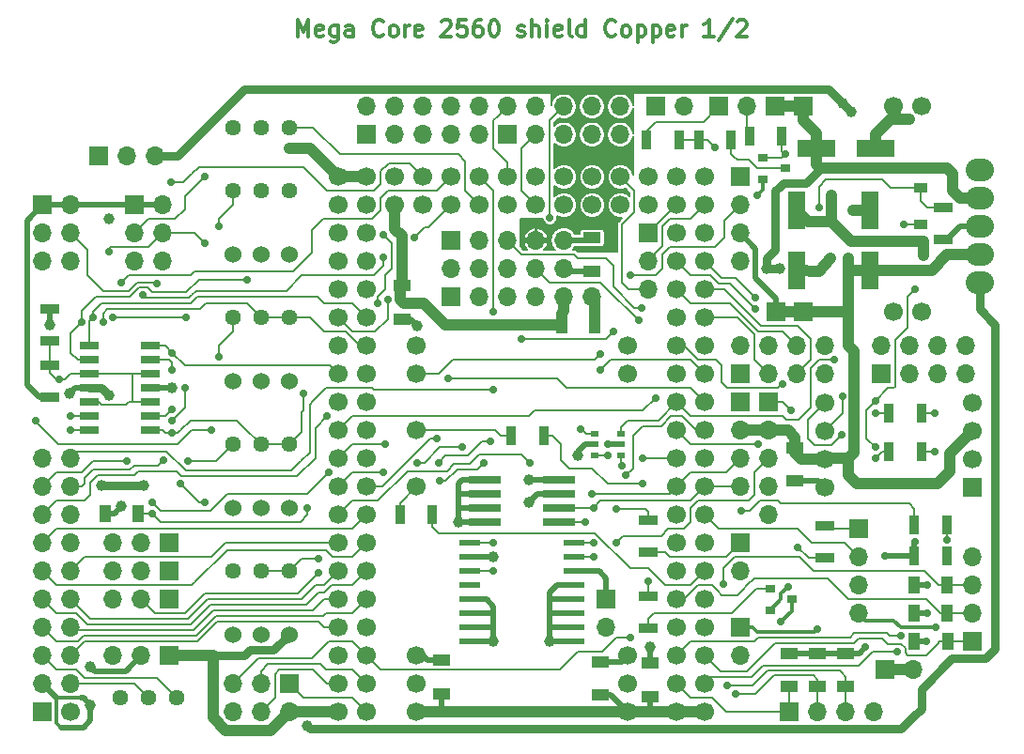
<source format=gbr>
G04 #@! TF.GenerationSoftware,KiCad,Pcbnew,(5.0.2)-1*
G04 #@! TF.CreationDate,2019-02-22T10:36:21+01:00*
G04 #@! TF.ProjectId,Mega_2560 core mini_full_2.2,4d656761-5f32-4353-9630-20636f726520,2.1*
G04 #@! TF.SameCoordinates,Original*
G04 #@! TF.FileFunction,Copper,L1,Top*
G04 #@! TF.FilePolarity,Positive*
%FSLAX46Y46*%
G04 Gerber Fmt 4.6, Leading zero omitted, Abs format (unit mm)*
G04 Created by KiCad (PCBNEW (5.0.2)-1) date 22/02/2019 10:36:21*
%MOMM*%
%LPD*%
G01*
G04 APERTURE LIST*
G04 #@! TA.AperFunction,NonConductor*
%ADD10C,0.300000*%
G04 #@! TD*
G04 #@! TA.AperFunction,SMDPad,CuDef*
%ADD11R,1.700000X0.900000*%
G04 #@! TD*
G04 #@! TA.AperFunction,ComponentPad*
%ADD12C,1.440000*%
G04 #@! TD*
G04 #@! TA.AperFunction,ComponentPad*
%ADD13R,1.700000X1.700000*%
G04 #@! TD*
G04 #@! TA.AperFunction,ComponentPad*
%ADD14O,1.700000X1.700000*%
G04 #@! TD*
G04 #@! TA.AperFunction,ComponentPad*
%ADD15C,1.700000*%
G04 #@! TD*
G04 #@! TA.AperFunction,ComponentPad*
%ADD16O,2.540000X2.032000*%
G04 #@! TD*
G04 #@! TA.AperFunction,SMDPad,CuDef*
%ADD17R,0.900000X1.700000*%
G04 #@! TD*
G04 #@! TA.AperFunction,SMDPad,CuDef*
%ADD18R,1.200000X0.900000*%
G04 #@! TD*
G04 #@! TA.AperFunction,SMDPad,CuDef*
%ADD19R,0.900000X0.800000*%
G04 #@! TD*
G04 #@! TA.AperFunction,SMDPad,CuDef*
%ADD20R,1.600000X1.000000*%
G04 #@! TD*
G04 #@! TA.AperFunction,SMDPad,CuDef*
%ADD21R,1.000000X1.600000*%
G04 #@! TD*
G04 #@! TA.AperFunction,SMDPad,CuDef*
%ADD22R,1.980000X0.530000*%
G04 #@! TD*
G04 #@! TA.AperFunction,SMDPad,CuDef*
%ADD23R,3.000000X0.650000*%
G04 #@! TD*
G04 #@! TA.AperFunction,SMDPad,CuDef*
%ADD24R,0.800000X0.550000*%
G04 #@! TD*
G04 #@! TA.AperFunction,ComponentPad*
%ADD25C,1.524000*%
G04 #@! TD*
G04 #@! TA.AperFunction,SMDPad,CuDef*
%ADD26R,3.500000X1.600000*%
G04 #@! TD*
G04 #@! TA.AperFunction,SMDPad,CuDef*
%ADD27R,1.600000X3.500000*%
G04 #@! TD*
G04 #@! TA.AperFunction,SMDPad,CuDef*
%ADD28R,1.800000X0.698500*%
G04 #@! TD*
G04 #@! TA.AperFunction,ViaPad*
%ADD29C,0.700000*%
G04 #@! TD*
G04 #@! TA.AperFunction,ViaPad*
%ADD30C,1.000000*%
G04 #@! TD*
G04 #@! TA.AperFunction,Conductor*
%ADD31C,0.500000*%
G04 #@! TD*
G04 #@! TA.AperFunction,Conductor*
%ADD32C,0.310000*%
G04 #@! TD*
G04 #@! TA.AperFunction,Conductor*
%ADD33C,1.000000*%
G04 #@! TD*
G04 #@! TA.AperFunction,Conductor*
%ADD34C,0.750000*%
G04 #@! TD*
G04 #@! TA.AperFunction,Conductor*
%ADD35C,0.210000*%
G04 #@! TD*
G04 APERTURE END LIST*
D10*
X165683234Y-58113051D02*
X165683234Y-56613051D01*
X166183234Y-57684480D01*
X166683234Y-56613051D01*
X166683234Y-58113051D01*
X167968948Y-58041622D02*
X167826091Y-58113051D01*
X167540377Y-58113051D01*
X167397520Y-58041622D01*
X167326091Y-57898765D01*
X167326091Y-57327337D01*
X167397520Y-57184480D01*
X167540377Y-57113051D01*
X167826091Y-57113051D01*
X167968948Y-57184480D01*
X168040377Y-57327337D01*
X168040377Y-57470194D01*
X167326091Y-57613051D01*
X169326091Y-57113051D02*
X169326091Y-58327337D01*
X169254662Y-58470194D01*
X169183234Y-58541622D01*
X169040377Y-58613051D01*
X168826091Y-58613051D01*
X168683234Y-58541622D01*
X169326091Y-58041622D02*
X169183234Y-58113051D01*
X168897520Y-58113051D01*
X168754662Y-58041622D01*
X168683234Y-57970194D01*
X168611805Y-57827337D01*
X168611805Y-57398765D01*
X168683234Y-57255908D01*
X168754662Y-57184480D01*
X168897520Y-57113051D01*
X169183234Y-57113051D01*
X169326091Y-57184480D01*
X170683234Y-58113051D02*
X170683234Y-57327337D01*
X170611805Y-57184480D01*
X170468948Y-57113051D01*
X170183234Y-57113051D01*
X170040377Y-57184480D01*
X170683234Y-58041622D02*
X170540377Y-58113051D01*
X170183234Y-58113051D01*
X170040377Y-58041622D01*
X169968948Y-57898765D01*
X169968948Y-57755908D01*
X170040377Y-57613051D01*
X170183234Y-57541622D01*
X170540377Y-57541622D01*
X170683234Y-57470194D01*
X173397520Y-57970194D02*
X173326091Y-58041622D01*
X173111805Y-58113051D01*
X172968948Y-58113051D01*
X172754662Y-58041622D01*
X172611805Y-57898765D01*
X172540377Y-57755908D01*
X172468948Y-57470194D01*
X172468948Y-57255908D01*
X172540377Y-56970194D01*
X172611805Y-56827337D01*
X172754662Y-56684480D01*
X172968948Y-56613051D01*
X173111805Y-56613051D01*
X173326091Y-56684480D01*
X173397520Y-56755908D01*
X174254662Y-58113051D02*
X174111805Y-58041622D01*
X174040377Y-57970194D01*
X173968948Y-57827337D01*
X173968948Y-57398765D01*
X174040377Y-57255908D01*
X174111805Y-57184480D01*
X174254662Y-57113051D01*
X174468948Y-57113051D01*
X174611805Y-57184480D01*
X174683234Y-57255908D01*
X174754662Y-57398765D01*
X174754662Y-57827337D01*
X174683234Y-57970194D01*
X174611805Y-58041622D01*
X174468948Y-58113051D01*
X174254662Y-58113051D01*
X175397520Y-58113051D02*
X175397520Y-57113051D01*
X175397520Y-57398765D02*
X175468948Y-57255908D01*
X175540377Y-57184480D01*
X175683234Y-57113051D01*
X175826091Y-57113051D01*
X176897520Y-58041622D02*
X176754662Y-58113051D01*
X176468948Y-58113051D01*
X176326091Y-58041622D01*
X176254662Y-57898765D01*
X176254662Y-57327337D01*
X176326091Y-57184480D01*
X176468948Y-57113051D01*
X176754662Y-57113051D01*
X176897520Y-57184480D01*
X176968948Y-57327337D01*
X176968948Y-57470194D01*
X176254662Y-57613051D01*
X178683234Y-56755908D02*
X178754662Y-56684480D01*
X178897520Y-56613051D01*
X179254662Y-56613051D01*
X179397520Y-56684480D01*
X179468948Y-56755908D01*
X179540377Y-56898765D01*
X179540377Y-57041622D01*
X179468948Y-57255908D01*
X178611805Y-58113051D01*
X179540377Y-58113051D01*
X180897520Y-56613051D02*
X180183234Y-56613051D01*
X180111805Y-57327337D01*
X180183234Y-57255908D01*
X180326091Y-57184480D01*
X180683234Y-57184480D01*
X180826091Y-57255908D01*
X180897520Y-57327337D01*
X180968948Y-57470194D01*
X180968948Y-57827337D01*
X180897520Y-57970194D01*
X180826091Y-58041622D01*
X180683234Y-58113051D01*
X180326091Y-58113051D01*
X180183234Y-58041622D01*
X180111805Y-57970194D01*
X182254662Y-56613051D02*
X181968948Y-56613051D01*
X181826091Y-56684480D01*
X181754662Y-56755908D01*
X181611805Y-56970194D01*
X181540377Y-57255908D01*
X181540377Y-57827337D01*
X181611805Y-57970194D01*
X181683234Y-58041622D01*
X181826091Y-58113051D01*
X182111805Y-58113051D01*
X182254662Y-58041622D01*
X182326091Y-57970194D01*
X182397520Y-57827337D01*
X182397520Y-57470194D01*
X182326091Y-57327337D01*
X182254662Y-57255908D01*
X182111805Y-57184480D01*
X181826091Y-57184480D01*
X181683234Y-57255908D01*
X181611805Y-57327337D01*
X181540377Y-57470194D01*
X183326091Y-56613051D02*
X183468948Y-56613051D01*
X183611805Y-56684480D01*
X183683234Y-56755908D01*
X183754662Y-56898765D01*
X183826091Y-57184480D01*
X183826091Y-57541622D01*
X183754662Y-57827337D01*
X183683234Y-57970194D01*
X183611805Y-58041622D01*
X183468948Y-58113051D01*
X183326091Y-58113051D01*
X183183234Y-58041622D01*
X183111805Y-57970194D01*
X183040377Y-57827337D01*
X182968948Y-57541622D01*
X182968948Y-57184480D01*
X183040377Y-56898765D01*
X183111805Y-56755908D01*
X183183234Y-56684480D01*
X183326091Y-56613051D01*
X185540377Y-58041622D02*
X185683234Y-58113051D01*
X185968948Y-58113051D01*
X186111805Y-58041622D01*
X186183234Y-57898765D01*
X186183234Y-57827337D01*
X186111805Y-57684480D01*
X185968948Y-57613051D01*
X185754662Y-57613051D01*
X185611805Y-57541622D01*
X185540377Y-57398765D01*
X185540377Y-57327337D01*
X185611805Y-57184480D01*
X185754662Y-57113051D01*
X185968948Y-57113051D01*
X186111805Y-57184480D01*
X186826091Y-58113051D02*
X186826091Y-56613051D01*
X187468948Y-58113051D02*
X187468948Y-57327337D01*
X187397520Y-57184480D01*
X187254662Y-57113051D01*
X187040377Y-57113051D01*
X186897520Y-57184480D01*
X186826091Y-57255908D01*
X188183234Y-58113051D02*
X188183234Y-57113051D01*
X188183234Y-56613051D02*
X188111805Y-56684480D01*
X188183234Y-56755908D01*
X188254662Y-56684480D01*
X188183234Y-56613051D01*
X188183234Y-56755908D01*
X189468948Y-58041622D02*
X189326091Y-58113051D01*
X189040377Y-58113051D01*
X188897520Y-58041622D01*
X188826091Y-57898765D01*
X188826091Y-57327337D01*
X188897520Y-57184480D01*
X189040377Y-57113051D01*
X189326091Y-57113051D01*
X189468948Y-57184480D01*
X189540377Y-57327337D01*
X189540377Y-57470194D01*
X188826091Y-57613051D01*
X190397520Y-58113051D02*
X190254662Y-58041622D01*
X190183234Y-57898765D01*
X190183234Y-56613051D01*
X191611805Y-58113051D02*
X191611805Y-56613051D01*
X191611805Y-58041622D02*
X191468948Y-58113051D01*
X191183234Y-58113051D01*
X191040377Y-58041622D01*
X190968948Y-57970194D01*
X190897520Y-57827337D01*
X190897520Y-57398765D01*
X190968948Y-57255908D01*
X191040377Y-57184480D01*
X191183234Y-57113051D01*
X191468948Y-57113051D01*
X191611805Y-57184480D01*
X194326091Y-57970194D02*
X194254662Y-58041622D01*
X194040377Y-58113051D01*
X193897520Y-58113051D01*
X193683234Y-58041622D01*
X193540377Y-57898765D01*
X193468948Y-57755908D01*
X193397520Y-57470194D01*
X193397520Y-57255908D01*
X193468948Y-56970194D01*
X193540377Y-56827337D01*
X193683234Y-56684480D01*
X193897520Y-56613051D01*
X194040377Y-56613051D01*
X194254662Y-56684480D01*
X194326091Y-56755908D01*
X195183234Y-58113051D02*
X195040377Y-58041622D01*
X194968948Y-57970194D01*
X194897520Y-57827337D01*
X194897520Y-57398765D01*
X194968948Y-57255908D01*
X195040377Y-57184480D01*
X195183234Y-57113051D01*
X195397520Y-57113051D01*
X195540377Y-57184480D01*
X195611805Y-57255908D01*
X195683234Y-57398765D01*
X195683234Y-57827337D01*
X195611805Y-57970194D01*
X195540377Y-58041622D01*
X195397520Y-58113051D01*
X195183234Y-58113051D01*
X196326091Y-57113051D02*
X196326091Y-58613051D01*
X196326091Y-57184480D02*
X196468948Y-57113051D01*
X196754662Y-57113051D01*
X196897520Y-57184480D01*
X196968948Y-57255908D01*
X197040377Y-57398765D01*
X197040377Y-57827337D01*
X196968948Y-57970194D01*
X196897520Y-58041622D01*
X196754662Y-58113051D01*
X196468948Y-58113051D01*
X196326091Y-58041622D01*
X197683234Y-57113051D02*
X197683234Y-58613051D01*
X197683234Y-57184480D02*
X197826091Y-57113051D01*
X198111805Y-57113051D01*
X198254662Y-57184480D01*
X198326091Y-57255908D01*
X198397520Y-57398765D01*
X198397520Y-57827337D01*
X198326091Y-57970194D01*
X198254662Y-58041622D01*
X198111805Y-58113051D01*
X197826091Y-58113051D01*
X197683234Y-58041622D01*
X199611805Y-58041622D02*
X199468948Y-58113051D01*
X199183234Y-58113051D01*
X199040377Y-58041622D01*
X198968948Y-57898765D01*
X198968948Y-57327337D01*
X199040377Y-57184480D01*
X199183234Y-57113051D01*
X199468948Y-57113051D01*
X199611805Y-57184480D01*
X199683234Y-57327337D01*
X199683234Y-57470194D01*
X198968948Y-57613051D01*
X200326091Y-58113051D02*
X200326091Y-57113051D01*
X200326091Y-57398765D02*
X200397520Y-57255908D01*
X200468948Y-57184480D01*
X200611805Y-57113051D01*
X200754662Y-57113051D01*
X203183234Y-58113051D02*
X202326091Y-58113051D01*
X202754662Y-58113051D02*
X202754662Y-56613051D01*
X202611805Y-56827337D01*
X202468948Y-56970194D01*
X202326091Y-57041622D01*
X204897520Y-56541622D02*
X203611805Y-58470194D01*
X205326091Y-56755908D02*
X205397520Y-56684480D01*
X205540377Y-56613051D01*
X205897520Y-56613051D01*
X206040377Y-56684480D01*
X206111805Y-56755908D01*
X206183234Y-56898765D01*
X206183234Y-57041622D01*
X206111805Y-57255908D01*
X205254662Y-58113051D01*
X206183234Y-58113051D01*
D11*
G04 #@! TO.P,R21,1*
G04 #@! TO.N,Net-(D4-Pad1)*
X223870520Y-73510480D03*
G04 #@! TO.P,R21,2*
G04 #@! TO.N,GND*
X223870520Y-76410480D03*
G04 #@! TD*
D12*
G04 #@! TO.P,RV1,1*
G04 #@! TO.N,GND*
X149702520Y-117759480D03*
G04 #@! TO.P,RV1,2*
G04 #@! TO.N,/OpenAVRc_CoreConnects/Lcd_vo*
X152242520Y-117759480D03*
G04 #@! TO.P,RV1,3*
G04 #@! TO.N,Net-(P16-Pad5)*
X154782520Y-117759480D03*
G04 #@! TD*
D13*
G04 #@! TO.P,P3,1*
G04 #@! TO.N,Net-(P3-Pad1)*
X208122520Y-91089480D03*
D14*
G04 #@! TO.P,P3,2*
G04 #@! TO.N,VCC*
X208122520Y-93629480D03*
G04 #@! TO.P,P3,3*
G04 #@! TO.N,lsp_rst*
X208122520Y-96169480D03*
G04 #@! TO.P,P3,4*
G04 #@! TO.N,Net-(P3-Pad4)*
X208122520Y-98709480D03*
G04 #@! TO.P,P3,5*
G04 #@! TO.N,GND*
X208122520Y-101249480D03*
G04 #@! TD*
D15*
G04 #@! TO.P,P1,G0*
G04 #@! TO.N,Sw_rudDR*
X187167520Y-73309480D03*
G04 #@! TO.P,P1,D6*
G04 #@! TO.N,N/C*
X189707520Y-73309480D03*
G04 #@! TO.P,P1,D4*
G04 #@! TO.N,PPM_in*
X192247520Y-73309480D03*
G04 #@! TO.P,P1,NC*
G04 #@! TO.N,N/C*
X194787520Y-73309480D03*
G04 #@! TO.P,P1,GND*
G04 #@! TO.N,GND*
X197327520Y-73309480D03*
G04 #@! TO.P,P1,C0*
G04 #@! TO.N,Sw_id1*
X184627520Y-73309480D03*
G04 #@! TO.P,P1,C2*
G04 #@! TO.N,/OpenAVRc_CoreConnects/Lcd_bla*
X182087520Y-73309480D03*
G04 #@! TO.P,P1,C4*
G04 #@! TO.N,/OpenAVRc_CoreConnects/Lcd_rst*
X179547520Y-73309480D03*
G04 #@! TO.P,P1,C6*
G04 #@! TO.N,/OpenAVRc_CoreConnects/Lcd_r/w*
X177007520Y-73309480D03*
G04 #@! TO.P,P1,VCC*
G04 #@! TO.N,VCC*
X174467520Y-73309480D03*
G04 #@! TO.P,P1,AGND*
G04 #@! TO.N,N/C*
X197327520Y-70769480D03*
G04 #@! TO.P,P1,G4*
G04 #@! TO.N,Dummy_3*
X194787520Y-70769480D03*
G04 #@! TO.P,P1,D5*
G04 #@! TO.N,N/C*
X192247520Y-70769480D03*
G04 #@! TO.P,P1,D7*
G04 #@! TO.N,Sw_ailDR*
X189707520Y-70769480D03*
G04 #@! TO.P,P1,G1*
G04 #@! TO.N,Sw_gear*
X187167520Y-70769480D03*
G04 #@! TO.P,P1,C1*
G04 #@! TO.N,Sw_id2*
X184627520Y-70769480D03*
G04 #@! TO.P,P1,C3*
G04 #@! TO.N,/OpenAVRc_CoreConnects/Lcd_cs*
X182087520Y-70769480D03*
G04 #@! TO.P,P1,C5*
G04 #@! TO.N,/OpenAVRc_CoreConnects/Lcd_A0*
X179547520Y-70769480D03*
G04 #@! TO.P,P1,C7*
G04 #@! TO.N,/OpenAVRc_CoreConnects/Lcd_e*
X177007520Y-70769480D03*
G04 #@! TO.P,P1,VCC*
G04 #@! TO.N,VCC*
X174467520Y-70769480D03*
G04 #@! TO.P,P1,GND*
G04 #@! TO.N,GND*
X199867520Y-70769480D03*
G04 #@! TO.P,P1,H7*
G04 #@! TO.N,Dummy_1*
X199867520Y-73309480D03*
G04 #@! TO.P,P1,L6*
G04 #@! TO.N,Sw_eleDR*
X199867520Y-75849480D03*
G04 #@! TO.P,P1,L4*
G04 #@! TO.N,Key_MENU*
X199867520Y-78389480D03*
G04 #@! TO.P,P1,L2*
G04 #@! TO.N,Key_RIGHT*
X199867520Y-80929480D03*
G04 #@! TO.P,P1,L0*
G04 #@! TO.N,Key_DOWN*
X199867520Y-83469480D03*
G04 #@! TO.P,P1,B6*
G04 #@! TO.N,Master_PPMout*
X199867520Y-86009480D03*
G04 #@! TO.P,P1,B4*
G04 #@! TO.N,BT_OnOff*
X199867520Y-88549480D03*
G04 #@! TO.P,P1,H6*
G04 #@! TO.N,Sim_Control*
X199867520Y-91089480D03*
G04 #@! TO.P,P1,H4*
G04 #@! TO.N,Hold_Power*
X199867520Y-93629480D03*
G04 #@! TO.P,P1,H2*
G04 #@! TO.N,Xmitter_SCK*
X199867520Y-96169480D03*
G04 #@! TO.P,P1,D1*
G04 #@! TO.N,Sda*
X199867520Y-98709480D03*
G04 #@! TO.P,P1,D3*
G04 #@! TO.N,BT_Txd1*
X199867520Y-101249480D03*
G04 #@! TO.P,P1,H1*
G04 #@! TO.N,Xmitter_MOSI*
X199867520Y-103789480D03*
G04 #@! TO.P,P1,J1*
G04 #@! TO.N,JQ6500Data*
X199867520Y-106329480D03*
G04 #@! TO.P,P1,E6*
G04 #@! TO.N,Rot_2B*
X199867520Y-108869480D03*
G04 #@! TO.P,P1,E4*
G04 #@! TO.N,Rot_1A*
X199867520Y-111409480D03*
G04 #@! TO.P,P1,E1*
G04 #@! TO.N,Tele_TX*
X199867520Y-113949480D03*
G04 #@! TO.P,P1,G5*
G04 #@! TO.N,Rot_1push*
X199867520Y-116489480D03*
G04 #@! TO.P,P1,VCC*
G04 #@! TO.N,VCC*
X199867520Y-119029480D03*
G04 #@! TO.P,P1,GND*
G04 #@! TO.N,GND*
X202407520Y-70769480D03*
G04 #@! TO.P,P1,G3*
G04 #@! TO.N,Dummy_2*
X202407520Y-73309480D03*
G04 #@! TO.P,P1,L7*
G04 #@! TO.N,Sw_turn*
X202407520Y-75849480D03*
G04 #@! TO.P,P1,L5*
G04 #@! TO.N,Key_ESC*
X202407520Y-78389480D03*
G04 #@! TO.P,P1,L3*
G04 #@! TO.N,Key_LEFT*
X202407520Y-80929480D03*
G04 #@! TO.P,P1,L1*
G04 #@! TO.N,Key_UP*
X202407520Y-83469480D03*
G04 #@! TO.P,P1,B7*
G04 #@! TO.N,N/C*
X202407520Y-86009480D03*
G04 #@! TO.P,P1,B5*
G04 #@! TO.N,PPM16_SIMout*
X202407520Y-88549480D03*
G04 #@! TO.P,P1,B0*
G04 #@! TO.N,/OpenAVRc_CoreConnects/Microsd_CS*
X202407520Y-91089480D03*
G04 #@! TO.P,P1,H5*
G04 #@! TO.N,Vibreur*
X202407520Y-93629480D03*
G04 #@! TO.P,P1,H3*
G04 #@! TO.N,Audio_Buzzer_out*
X202407520Y-96169480D03*
G04 #@! TO.P,P1,D0*
G04 #@! TO.N,Scl*
X202407520Y-98709480D03*
G04 #@! TO.P,P1,D2*
G04 #@! TO.N,BT_Rxd1*
X202407520Y-101249480D03*
G04 #@! TO.P,P1,H0*
G04 #@! TO.N,Xmitter_MISO*
X202407520Y-103789480D03*
G04 #@! TO.P,P1,J0*
G04 #@! TO.N,JQ6500Busy*
X202407520Y-106329480D03*
G04 #@! TO.P,P1,E7*
G04 #@! TO.N,Rot_2A*
X202407520Y-108869480D03*
G04 #@! TO.P,P1,E5*
G04 #@! TO.N,Rot_1B*
X202407520Y-111409480D03*
G04 #@! TO.P,P1,E3*
G04 #@! TO.N,Rot_2push*
X202407520Y-113949480D03*
G04 #@! TO.P,P1,E0*
G04 #@! TO.N,Tele_RX*
X202407520Y-116489480D03*
G04 #@! TO.P,P1,VCC*
G04 #@! TO.N,VCC*
X202407520Y-119029480D03*
G04 #@! TO.P,P1,GND*
G04 #@! TO.N,GND*
X171927520Y-70769480D03*
G04 #@! TO.P,P1,AC0*
G04 #@! TO.N,Trim_RH->*
X171927520Y-73309480D03*
G04 #@! TO.P,P1,AC2*
G04 #@! TO.N,Trim_RV->*
X171927520Y-75849480D03*
G04 #@! TO.P,P1,AC4*
G04 #@! TO.N,Trim_LV->*
X171927520Y-78389480D03*
G04 #@! TO.P,P1,AC6*
G04 #@! TO.N,Trim_LH->*
X171927520Y-80929480D03*
G04 #@! TO.P,P1,AC8*
G04 #@! TO.N,Stick_RH*
X171927520Y-83469480D03*
G04 #@! TO.P,P1,AC10*
G04 #@! TO.N,Stick_RV*
X171927520Y-86009480D03*
G04 #@! TO.P,P1,AC12*
G04 #@! TO.N,Pot_1*
X171927520Y-88549480D03*
G04 #@! TO.P,P1,AC14*
G04 #@! TO.N,Pot_3*
X171927520Y-91089480D03*
G04 #@! TO.P,P1,J2*
G04 #@! TO.N,N/C*
X171927520Y-93629480D03*
G04 #@! TO.P,P1,J4*
G04 #@! TO.N,CS_CYRF6936*
X171927520Y-96169480D03*
G04 #@! TO.P,P1,J6*
G04 #@! TO.N,CS_A7105*
X171927520Y-98709480D03*
G04 #@! TO.P,P1,A7*
G04 #@! TO.N,/OpenAVRc_CoreConnects/Lcd_db7*
X171927520Y-101249480D03*
G04 #@! TO.P,P1,A5*
G04 #@! TO.N,/OpenAVRc_CoreConnects/Lcd_db5*
X171927520Y-103789480D03*
G04 #@! TO.P,P1,A3*
G04 #@! TO.N,/OpenAVRc_CoreConnects/Lcd_db3*
X171927520Y-106329480D03*
G04 #@! TO.P,P1,A1*
G04 #@! TO.N,/OpenAVRc_CoreConnects/Lcd_db1*
X171927520Y-108869480D03*
G04 #@! TO.P,P1,J7*
G04 #@! TO.N,N/C*
X171927520Y-111409480D03*
G04 #@! TO.P,P1,RST*
G04 #@! TO.N,lsp_rst*
X171927520Y-113949480D03*
G04 #@! TO.P,P1,B1*
G04 #@! TO.N,/OpenAVRc_CoreConnects/Sck*
X171927520Y-116489480D03*
G04 #@! TO.P,P1,B3*
G04 #@! TO.N,/OpenAVRc_CoreConnects/Miso*
X171927520Y-119029480D03*
G04 #@! TO.P,P1,VCC*
G04 #@! TO.N,VCC*
X169387520Y-119029480D03*
G04 #@! TO.P,P1,B2*
G04 #@! TO.N,/OpenAVRc_CoreConnects/Mosi*
X169387520Y-116489480D03*
G04 #@! TO.P,P1,GND*
G04 #@! TO.N,GND*
X169387520Y-113949480D03*
G04 #@! TO.P,P1,A0*
G04 #@! TO.N,/OpenAVRc_CoreConnects/Lcd_db0*
X169387520Y-111409480D03*
G04 #@! TO.P,P1,A2*
G04 #@! TO.N,/OpenAVRc_CoreConnects/Lcd_db2*
X169387520Y-108869480D03*
G04 #@! TO.P,P1,A4*
G04 #@! TO.N,/OpenAVRc_CoreConnects/Lcd_db4*
X169387520Y-106329480D03*
G04 #@! TO.P,P1,A6*
G04 #@! TO.N,/OpenAVRc_CoreConnects/Lcd_db6*
X169387520Y-103789480D03*
G04 #@! TO.P,P1,G2*
G04 #@! TO.N,Sw_thcut*
X169387520Y-101249480D03*
G04 #@! TO.P,P1,J5*
G04 #@! TO.N,CS_NRF24L01*
X169387520Y-98709480D03*
G04 #@! TO.P,P1,J3*
G04 #@! TO.N,CS_CC2500*
X169387520Y-96169480D03*
G04 #@! TO.P,P1,AC15*
G04 #@! TO.N,U_batt*
X169387520Y-93629480D03*
G04 #@! TO.P,P1,AC13*
G04 #@! TO.N,Pot_2*
X169387520Y-91089480D03*
G04 #@! TO.P,P1,AC11*
G04 #@! TO.N,Stick_LH*
X169387520Y-88549480D03*
G04 #@! TO.P,P1,AC9*
G04 #@! TO.N,Stick_LV*
X169387520Y-86009480D03*
G04 #@! TO.P,P1,AC7*
G04 #@! TO.N,Trim_LH<-*
X169387520Y-83469480D03*
G04 #@! TO.P,P1,AC5*
G04 #@! TO.N,Trim_LV<-*
X169387520Y-80929480D03*
G04 #@! TO.P,P1,AC3*
G04 #@! TO.N,Trim_RV<-*
X169387520Y-78389480D03*
G04 #@! TO.P,P1,AC1*
G04 #@! TO.N,Trim_RH<-*
X169387520Y-75849480D03*
G04 #@! TO.P,P1,VREF*
G04 #@! TO.N,N/C*
X169387520Y-73309480D03*
G04 #@! TO.P,P1,GND*
G04 #@! TO.N,GND*
X169387520Y-70769480D03*
G04 #@! TD*
D16*
G04 #@! TO.P,U4,1*
G04 #@! TO.N,Net-(R41-Pad2)*
X227172520Y-70134480D03*
G04 #@! TO.P,U4,2*
G04 #@! TO.N,+BATT*
X227172520Y-72674480D03*
G04 #@! TO.P,U4,3*
G04 #@! TO.N,GND*
X227172520Y-75214480D03*
G04 #@! TO.P,U4,4*
G04 #@! TO.N,VCC*
X227172520Y-77754480D03*
G04 #@! TO.P,U4,5*
G04 #@! TO.N,+3.3V*
X227172520Y-80294480D03*
G04 #@! TD*
D17*
G04 #@! TO.P,R22,1*
G04 #@! TO.N,Net-(P21-Pad2)*
X206418520Y-67086480D03*
G04 #@! TO.P,R22,2*
G04 #@! TO.N,Net-(D4-Pad1)*
X209318520Y-67086480D03*
G04 #@! TD*
D18*
G04 #@! TO.P,D4,1*
G04 #@! TO.N,Net-(D4-Pad1)*
X221838520Y-71786480D03*
G04 #@! TO.P,D4,2*
G04 #@! TO.N,Net-(D4-Pad2)*
X221838520Y-75086480D03*
G04 #@! TD*
D13*
G04 #@! TO.P,P30,4*
G04 #@! TO.N,+BATT*
X208757520Y-64419480D03*
G04 #@! TO.P,P30,5*
G04 #@! TO.N,VCC*
X208767520Y-82961480D03*
G04 #@! TO.P,P30,3*
G04 #@! TO.N,+BATT*
X211297520Y-64419480D03*
G04 #@! TO.P,P30,6*
G04 #@! TO.N,VCC*
X211297520Y-82961480D03*
D15*
G04 #@! TO.P,P30,2*
G04 #@! TO.N,GND*
X219425520Y-64419480D03*
G04 #@! TO.P,P30,7*
X219425520Y-82961480D03*
G04 #@! TO.P,P30,1*
X221965520Y-64419480D03*
G04 #@! TO.P,P30,8*
X221965520Y-82961480D03*
G04 #@! TD*
D13*
G04 #@! TO.P,P15,1*
G04 #@! TO.N,Dummy_1*
X197327520Y-75849480D03*
D14*
G04 #@! TO.P,P15,2*
G04 #@! TO.N,Dummy_2*
X197327520Y-78389480D03*
G04 #@! TO.P,P15,3*
G04 #@! TO.N,Dummy_3*
X197327520Y-80929480D03*
G04 #@! TD*
D13*
G04 #@! TO.P,P8,1*
G04 #@! TO.N,Audio_Buzzer_out*
X205582520Y-70769480D03*
D14*
G04 #@! TO.P,P8,2*
G04 #@! TO.N,/OpenAVRc_Audio_Haptic/JQ_Left_Out*
X205582520Y-73309480D03*
G04 #@! TO.P,P8,3*
G04 #@! TO.N,VCC*
X205582520Y-75849480D03*
G04 #@! TO.P,P8,4*
G04 #@! TO.N,GND*
X205582520Y-78389480D03*
G04 #@! TD*
D19*
G04 #@! TO.P,Q2,2*
G04 #@! TO.N,Net-(Q2-Pad2)*
X208265520Y-107919480D03*
G04 #@! TO.P,Q2,1*
G04 #@! TO.N,GND*
X208265520Y-109819480D03*
G04 #@! TO.P,Q2,3*
G04 #@! TO.N,Net-(C2-Pad1)*
X210265520Y-108869480D03*
G04 #@! TD*
D17*
G04 #@! TO.P,R7,1*
G04 #@! TO.N,Tele_TX*
X221891520Y-92105480D03*
G04 #@! TO.P,R7,2*
G04 #@! TO.N,Net-(R7-Pad2)*
X218991520Y-92105480D03*
G04 #@! TD*
G04 #@! TO.P,R19,1*
G04 #@! TO.N,Tele_RX*
X221891520Y-95534480D03*
G04 #@! TO.P,R19,2*
G04 #@! TO.N,Net-(R19-Pad2)*
X218991520Y-95534480D03*
G04 #@! TD*
D13*
G04 #@! TO.P,P33,1*
G04 #@! TO.N,VCC*
X218663520Y-115219480D03*
D14*
G04 #@! TO.P,P33,2*
X221203520Y-115219480D03*
G04 #@! TD*
D20*
G04 #@! TO.P,C1,1*
G04 #@! TO.N,GND*
X210535520Y-98177480D03*
G04 #@! TO.P,C1,2*
G04 #@! TO.N,VCC*
X210535520Y-95177480D03*
G04 #@! TD*
D17*
G04 #@! TO.P,R42,1*
G04 #@! TO.N,Net-(D6-Pad1)*
X197147520Y-67467480D03*
G04 #@! TO.P,R42,2*
G04 #@! TO.N,Net-(Q4-PadG)*
X200047520Y-67467480D03*
G04 #@! TD*
D13*
G04 #@! TO.P,P7,1*
G04 #@! TO.N,CS_CC2500*
X179547520Y-76484480D03*
D14*
G04 #@! TO.P,P7,2*
G04 #@! TO.N,CS_NRF24L01*
X179547520Y-79024480D03*
G04 #@! TO.P,P7,3*
G04 #@! TO.N,CS_CYRF6936*
X182087520Y-76484480D03*
G04 #@! TO.P,P7,4*
G04 #@! TO.N,CS_A7105*
X182087520Y-79024480D03*
G04 #@! TO.P,P7,5*
G04 #@! TO.N,Xmitter_MISO*
X184627520Y-76484480D03*
G04 #@! TO.P,P7,6*
G04 #@! TO.N,Xmitter_SCK*
X184627520Y-79024480D03*
G04 #@! TO.P,P7,7*
G04 #@! TO.N,+3.3V*
X187167520Y-76484480D03*
G04 #@! TO.P,P7,8*
G04 #@! TO.N,Xmitter_MOSI*
X187167520Y-79024480D03*
G04 #@! TO.P,P7,9*
G04 #@! TO.N,GND*
X189707520Y-76484480D03*
G04 #@! TO.P,P7,10*
G04 #@! TO.N,VCC*
X189707520Y-79024480D03*
G04 #@! TD*
D15*
G04 #@! TO.P,P22,SPK+*
G04 #@! TO.N,N/C*
X195422520Y-86009480D03*
G04 #@! TO.P,P22,SPK-*
X195422520Y-88549480D03*
G04 #@! TO.P,P22,DACR*
X176372520Y-86009480D03*
G04 #@! TO.P,P22,DACL*
G04 #@! TO.N,/OpenAVRc_Audio_Haptic/JQ_Left_Out*
X176372520Y-88549480D03*
G04 #@! TO.P,P22,RX*
G04 #@! TO.N,Net-(P22-PadRX)*
X176372520Y-93629480D03*
G04 #@! TO.P,P22,BUSY*
G04 #@! TO.N,Net-(P22-PadBUSY)*
X176372520Y-98709480D03*
G04 #@! TO.P,P22,GND*
G04 #@! TO.N,GND*
X176372520Y-113949480D03*
X176372520Y-116489480D03*
G04 #@! TO.P,P22,VCC*
G04 #@! TO.N,VCC*
X176372520Y-119029480D03*
X195422520Y-119029480D03*
G04 #@! TO.P,P22,GND*
G04 #@! TO.N,GND*
X195422520Y-116489480D03*
X195422520Y-113949480D03*
G04 #@! TD*
D21*
G04 #@! TO.P,C33,1*
G04 #@! TO.N,Rot_2B*
X224227520Y-110139480D03*
G04 #@! TO.P,C33,2*
G04 #@! TO.N,GND*
X221227520Y-110139480D03*
G04 #@! TD*
G04 #@! TO.P,C34,1*
G04 #@! TO.N,Rot_2A*
X224227520Y-107599480D03*
G04 #@! TO.P,C34,2*
G04 #@! TO.N,GND*
X221227520Y-107599480D03*
G04 #@! TD*
D17*
G04 #@! TO.P,R39,1*
G04 #@! TO.N,VCC*
X221277520Y-104932480D03*
G04 #@! TO.P,R39,2*
G04 #@! TO.N,Net-(Q1-PadG)*
X224177520Y-104932480D03*
G04 #@! TD*
G04 #@! TO.P,R40,1*
G04 #@! TO.N,BT_OnOff*
X221277520Y-102138480D03*
G04 #@! TO.P,R40,2*
G04 #@! TO.N,Net-(Q1-PadG)*
X224177520Y-102138480D03*
G04 #@! TD*
D13*
G04 #@! TO.P,P24,1*
G04 #@! TO.N,Rot_2push*
X226537520Y-112679480D03*
D14*
G04 #@! TO.P,P24,2*
G04 #@! TO.N,Rot_2B*
X226537520Y-110139480D03*
G04 #@! TO.P,P24,3*
G04 #@! TO.N,Rot_2A*
X226537520Y-107599480D03*
G04 #@! TO.P,P24,4*
G04 #@! TO.N,GND*
X226537520Y-105059480D03*
G04 #@! TD*
D13*
G04 #@! TO.P,P23,1*
G04 #@! TO.N,Rot_1push*
X210027520Y-119029480D03*
D14*
G04 #@! TO.P,P23,2*
G04 #@! TO.N,Rot_1B*
X212567520Y-119029480D03*
G04 #@! TO.P,P23,3*
G04 #@! TO.N,Rot_1A*
X215107520Y-119029480D03*
G04 #@! TO.P,P23,4*
G04 #@! TO.N,GND*
X217647520Y-119029480D03*
G04 #@! TD*
D20*
G04 #@! TO.P,C29,1*
G04 #@! TO.N,Rot_1A*
X215107520Y-116719480D03*
G04 #@! TO.P,C29,2*
G04 #@! TO.N,GND*
X215107520Y-113719480D03*
G04 #@! TD*
G04 #@! TO.P,C27,1*
G04 #@! TO.N,Rot_1B*
X212567520Y-116719480D03*
G04 #@! TO.P,C27,2*
G04 #@! TO.N,GND*
X212567520Y-113719480D03*
G04 #@! TD*
G04 #@! TO.P,C26,1*
G04 #@! TO.N,Rot_1push*
X210027520Y-116719480D03*
G04 #@! TO.P,C26,2*
G04 #@! TO.N,GND*
X210027520Y-113719480D03*
G04 #@! TD*
D13*
G04 #@! TO.P,P5,1*
G04 #@! TO.N,Net-(C2-Pad2)*
X205582520Y-111409480D03*
D14*
G04 #@! TO.P,P5,2*
G04 #@! TO.N,Net-(C2-Pad1)*
X205582520Y-113949480D03*
G04 #@! TD*
D11*
G04 #@! TO.P,R6,1*
G04 #@! TO.N,BT_Txd1*
X213202520Y-105112480D03*
G04 #@! TO.P,R6,2*
G04 #@! TO.N,Net-(P10-Pad1)*
X213202520Y-102212480D03*
G04 #@! TD*
D13*
G04 #@! TO.P,P10,1*
G04 #@! TO.N,Net-(P10-Pad1)*
X216250520Y-102519480D03*
D14*
G04 #@! TO.P,P10,2*
G04 #@! TO.N,BT_Rxd1*
X216250520Y-105059480D03*
G04 #@! TO.P,P10,3*
G04 #@! TO.N,GND*
X216250520Y-107599480D03*
G04 #@! TO.P,P10,4*
G04 #@! TO.N,Net-(C10-Pad1)*
X216250520Y-110139480D03*
G04 #@! TD*
D13*
G04 #@! TO.P,P18,1*
G04 #@! TO.N,Net-(P18-Pad1)*
X205582520Y-103789480D03*
D14*
G04 #@! TO.P,P18,2*
G04 #@! TO.N,GND*
X205582520Y-106329480D03*
G04 #@! TD*
D13*
G04 #@! TO.P,P2,1*
G04 #@! TO.N,GND*
X205582520Y-91089480D03*
D14*
G04 #@! TO.P,P2,2*
G04 #@! TO.N,VCC*
X205582520Y-93629480D03*
G04 #@! TO.P,P2,3*
G04 #@! TO.N,Sda*
X205582520Y-96169480D03*
G04 #@! TO.P,P2,4*
G04 #@! TO.N,Scl*
X205582520Y-98709480D03*
G04 #@! TD*
D15*
G04 #@! TO.P,P20,4*
G04 #@! TO.N,GND*
X226537520Y-91152980D03*
G04 #@! TO.P,P20,3*
G04 #@! TO.N,VCC*
X226537520Y-93692980D03*
G04 #@! TO.P,P20,2*
G04 #@! TO.N,/OpenAVRc_HF_Telemetry/TX_module*
X226537520Y-96232980D03*
D13*
G04 #@! TO.P,P20,1*
G04 #@! TO.N,/OpenAVRc_HF_Telemetry/RX_module*
X226537520Y-98772980D03*
D15*
G04 #@! TO.P,P20,5*
G04 #@! TO.N,Net-(P20-Pad5)*
X213202520Y-91102180D03*
G04 #@! TO.P,P20,6*
G04 #@! TO.N,Net-(P20-Pad6)*
X213202520Y-93642180D03*
G04 #@! TO.P,P20,7*
G04 #@! TO.N,VCC*
X213202520Y-96182180D03*
G04 #@! TO.P,P20,8*
G04 #@! TO.N,GND*
X213202520Y-98722180D03*
X213202520Y-98722180D03*
G04 #@! TO.P,P20,7*
G04 #@! TO.N,VCC*
X213202520Y-96182180D03*
G04 #@! TO.P,P20,6*
G04 #@! TO.N,Net-(P20-Pad6)*
X213202520Y-93642180D03*
G04 #@! TO.P,P20,5*
G04 #@! TO.N,Net-(P20-Pad5)*
X213202520Y-91102180D03*
G04 #@! TD*
D17*
G04 #@! TO.P,R1,1*
G04 #@! TO.N,Net-(Q4-PadG)*
X201846520Y-67467480D03*
G04 #@! TO.P,R1,2*
G04 #@! TO.N,Net-(Q3-Pad3)*
X204746520Y-67467480D03*
G04 #@! TD*
D13*
G04 #@! TO.P,P21,1*
G04 #@! TO.N,Net-(D6-Pad1)*
X203677520Y-64419480D03*
D14*
G04 #@! TO.P,P21,2*
G04 #@! TO.N,Net-(P21-Pad2)*
X206217520Y-64419480D03*
G04 #@! TD*
D13*
G04 #@! TO.P,P17,1*
G04 #@! TO.N,GND*
X197962520Y-64419480D03*
D14*
G04 #@! TO.P,P17,2*
G04 #@! TO.N,/OpenAVRc_Power/LIPO+*
X200502520Y-64419480D03*
G04 #@! TD*
D13*
G04 #@! TO.P,P6,1*
G04 #@! TO.N,/OpenAVRc_CoreConnects/Microsd_CS*
X179547520Y-81564480D03*
D14*
G04 #@! TO.P,P6,2*
G04 #@! TO.N,/OpenAVRc_CoreConnects/Sck*
X182087520Y-81564480D03*
G04 #@! TO.P,P6,3*
G04 #@! TO.N,/OpenAVRc_CoreConnects/Mosi*
X184627520Y-81564480D03*
G04 #@! TO.P,P6,4*
G04 #@! TO.N,/OpenAVRc_CoreConnects/Miso*
X187167520Y-81564480D03*
G04 #@! TO.P,P6,5*
G04 #@! TO.N,VCC*
X189707520Y-81564480D03*
G04 #@! TO.P,P6,6*
G04 #@! TO.N,GND*
X192247520Y-81564480D03*
G04 #@! TD*
D20*
G04 #@! TO.P,C15,1*
G04 #@! TO.N,GND*
X197454520Y-114608480D03*
G04 #@! TO.P,C15,2*
G04 #@! TO.N,VCC*
X197454520Y-117608480D03*
G04 #@! TD*
G04 #@! TO.P,C21,1*
G04 #@! TO.N,VCC*
X193009520Y-117481480D03*
G04 #@! TO.P,C21,2*
G04 #@! TO.N,GND*
X193009520Y-114481480D03*
G04 #@! TD*
G04 #@! TO.P,C20,1*
G04 #@! TO.N,VCC*
X178658520Y-117354480D03*
G04 #@! TO.P,C20,2*
G04 #@! TO.N,GND*
X178658520Y-114354480D03*
G04 #@! TD*
D22*
G04 #@! TO.P,U8,1*
G04 #@! TO.N,Net-(R20-Pad1)*
X181212520Y-103789480D03*
G04 #@! TO.P,U8,2*
G04 #@! TO.N,VCC*
X181212520Y-105059480D03*
G04 #@! TO.P,U8,3*
G04 #@! TO.N,Net-(R15-Pad1)*
X181212520Y-106329480D03*
G04 #@! TO.P,U8,4*
G04 #@! TO.N,N/C*
X181212520Y-107599480D03*
G04 #@! TO.P,U8,5*
G04 #@! TO.N,GND*
X181212520Y-108869480D03*
G04 #@! TO.P,U8,6*
X181212520Y-110139480D03*
G04 #@! TO.P,U8,7*
X181212520Y-111409480D03*
G04 #@! TO.P,U8,8*
X181212520Y-112679480D03*
G04 #@! TO.P,U8,9*
X190582520Y-112679480D03*
G04 #@! TO.P,U8,10*
X190582520Y-111409480D03*
G04 #@! TO.P,U8,11*
X190582520Y-110139480D03*
G04 #@! TO.P,U8,12*
X190582520Y-108869480D03*
G04 #@! TO.P,U8,13*
X190582520Y-107599480D03*
G04 #@! TO.P,U8,14*
G04 #@! TO.N,Net-(BT1-Pad1)*
X190582520Y-106329480D03*
G04 #@! TO.P,U8,15*
G04 #@! TO.N,Sda*
X190582520Y-105059480D03*
G04 #@! TO.P,U8,16*
G04 #@! TO.N,Scl*
X190582520Y-103789480D03*
G04 #@! TD*
D13*
G04 #@! TO.P,BT1,1*
G04 #@! TO.N,Net-(BT1-Pad1)*
X193517520Y-108869480D03*
D14*
G04 #@! TO.P,BT1,2*
G04 #@! TO.N,GND*
X193517520Y-111409480D03*
G04 #@! TD*
D11*
G04 #@! TO.P,R9,1*
G04 #@! TO.N,Net-(Q2-Pad2)*
X197327520Y-111462480D03*
G04 #@! TO.P,R9,2*
G04 #@! TO.N,Vibreur*
X197327520Y-108562480D03*
G04 #@! TD*
G04 #@! TO.P,R8,1*
G04 #@! TO.N,Net-(P18-Pad1)*
X197327520Y-104604480D03*
G04 #@! TO.P,R8,2*
G04 #@! TO.N,Net-(R8-Pad2)*
X197327520Y-101704480D03*
G04 #@! TD*
D17*
G04 #@! TO.P,R3,1*
G04 #@! TO.N,JQ6500Busy*
X177822520Y-101249480D03*
G04 #@! TO.P,R3,2*
G04 #@! TO.N,Net-(P22-PadBUSY)*
X174922520Y-101249480D03*
G04 #@! TD*
D23*
G04 #@! TO.P,U7,8*
G04 #@! TO.N,VCC*
X189247520Y-98074480D03*
G04 #@! TO.P,U7,7*
G04 #@! TO.N,GND*
X189247520Y-99344480D03*
G04 #@! TO.P,U7,6*
G04 #@! TO.N,Scl*
X189247520Y-100614480D03*
G04 #@! TO.P,U7,5*
G04 #@! TO.N,Sda*
X189247520Y-101884480D03*
G04 #@! TO.P,U7,4*
G04 #@! TO.N,GND*
X182547520Y-101884480D03*
G04 #@! TO.P,U7,3*
X182547520Y-100614480D03*
G04 #@! TO.P,U7,2*
X182547520Y-99344480D03*
G04 #@! TO.P,U7,1*
X182547520Y-98074480D03*
G04 #@! TD*
D24*
G04 #@! TO.P,U1,1*
G04 #@! TO.N,PPM_in*
X192444520Y-93949480D03*
G04 #@! TO.P,U1,2*
G04 #@! TO.N,GND*
X192444520Y-94899480D03*
G04 #@! TO.P,U1,3*
G04 #@! TO.N,PPM16_SIMout*
X192444520Y-95849480D03*
G04 #@! TO.P,U1,4*
G04 #@! TO.N,Net-(R8-Pad2)*
X194844520Y-95849480D03*
G04 #@! TO.P,U1,5*
G04 #@! TO.N,VCC*
X194844520Y-94899480D03*
G04 #@! TO.P,U1,6*
G04 #@! TO.N,Sim_Control*
X194844520Y-93949480D03*
G04 #@! TD*
D17*
G04 #@! TO.P,R4,1*
G04 #@! TO.N,JQ6500Data*
X187855520Y-94137480D03*
G04 #@! TO.P,R4,2*
G04 #@! TO.N,Net-(P22-PadRX)*
X184955520Y-94137480D03*
G04 #@! TD*
D13*
G04 #@! TO.P,P28,1*
G04 #@! TO.N,VCC*
X147797520Y-68864480D03*
D14*
G04 #@! TO.P,P28,2*
G04 #@! TO.N,/OpenAVRc_Sticks/Power_manches*
X150337520Y-68864480D03*
G04 #@! TO.P,P28,3*
G04 #@! TO.N,+3.3V*
X152877520Y-68864480D03*
G04 #@! TD*
D13*
G04 #@! TO.P,P13,1*
G04 #@! TO.N,/OpenAVRc_Sticks/Power_manches*
X150972520Y-73309480D03*
D14*
G04 #@! TO.P,P13,2*
X153512520Y-73309480D03*
G04 #@! TO.P,P13,3*
G04 #@! TO.N,/OpenAVRc_Sticks/Stick_RHcon*
X150972520Y-75849480D03*
G04 #@! TO.P,P13,4*
G04 #@! TO.N,/OpenAVRc_Sticks/Stick_RVcon*
X153512520Y-75849480D03*
G04 #@! TO.P,P13,5*
G04 #@! TO.N,GND*
X150972520Y-78389480D03*
G04 #@! TO.P,P13,6*
X153512520Y-78389480D03*
G04 #@! TD*
D13*
G04 #@! TO.P,P12,1*
G04 #@! TO.N,/OpenAVRc_Sticks/Power_manches*
X142717520Y-73309480D03*
D14*
G04 #@! TO.P,P12,2*
X145257520Y-73309480D03*
G04 #@! TO.P,P12,3*
G04 #@! TO.N,/OpenAVRc_Sticks/Stick_LVcon*
X142717520Y-75849480D03*
G04 #@! TO.P,P12,4*
G04 #@! TO.N,/OpenAVRc_Sticks/Stick_LHcon*
X145257520Y-75849480D03*
G04 #@! TO.P,P12,5*
G04 #@! TO.N,GND*
X142717520Y-78389480D03*
G04 #@! TO.P,P12,6*
X145257520Y-78389480D03*
G04 #@! TD*
D11*
G04 #@! TO.P,R25,1*
G04 #@! TO.N,Net-(C42-Pad1)*
X143352520Y-85554480D03*
G04 #@! TO.P,R25,2*
G04 #@! TO.N,GND*
X143352520Y-82654480D03*
G04 #@! TD*
G04 #@! TO.P,R24,1*
G04 #@! TO.N,/OpenAVRc_Sticks/Power_manches*
X143352520Y-90634480D03*
G04 #@! TO.P,R24,2*
G04 #@! TO.N,Net-(C42-Pad1)*
X143352520Y-87734480D03*
G04 #@! TD*
D13*
G04 #@! TO.P,P16,1*
G04 #@! TO.N,GND*
X142717520Y-119029480D03*
D14*
G04 #@! TO.P,P16,4*
G04 #@! TO.N,/OpenAVRc_CoreConnects/Lcd_vo*
X145257520Y-116489480D03*
G04 #@! TO.P,P16,3*
G04 #@! TO.N,LCD_VCC*
X142717520Y-116489480D03*
G04 #@! TO.P,P16,6*
G04 #@! TO.N,/OpenAVRc_CoreConnects/Lcd_db0*
X145257520Y-113949480D03*
G04 #@! TO.P,P16,5*
G04 #@! TO.N,Net-(P16-Pad5)*
X142717520Y-113949480D03*
G04 #@! TO.P,P16,8*
G04 #@! TO.N,/OpenAVRc_CoreConnects/Lcd_db2*
X145257520Y-111409480D03*
G04 #@! TO.P,P16,7*
G04 #@! TO.N,/OpenAVRc_CoreConnects/Lcd_db1*
X142717520Y-111409480D03*
G04 #@! TO.P,P16,10*
G04 #@! TO.N,/OpenAVRc_CoreConnects/Lcd_db4*
X145257520Y-108869480D03*
G04 #@! TO.P,P16,9*
G04 #@! TO.N,/OpenAVRc_CoreConnects/Lcd_db3*
X142717520Y-108869480D03*
G04 #@! TO.P,P16,12*
G04 #@! TO.N,/OpenAVRc_CoreConnects/Lcd_db6*
X145257520Y-106329480D03*
G04 #@! TO.P,P16,11*
G04 #@! TO.N,/OpenAVRc_CoreConnects/Lcd_db5*
X142717520Y-106329480D03*
G04 #@! TO.P,P16,14*
G04 #@! TO.N,/OpenAVRc_CoreConnects/Lcd_e*
X145257520Y-103789480D03*
G04 #@! TO.P,P16,13*
G04 #@! TO.N,/OpenAVRc_CoreConnects/Lcd_db7*
X142717520Y-103789480D03*
G04 #@! TO.P,P16,16*
G04 #@! TO.N,/OpenAVRc_CoreConnects/Lcd_A0*
X145257520Y-101249480D03*
G04 #@! TO.P,P16,15*
G04 #@! TO.N,/OpenAVRc_CoreConnects/Lcd_r/w*
X142717520Y-101249480D03*
G04 #@! TO.P,P16,18*
G04 #@! TO.N,Net-(P16-Pad18)*
X145257520Y-98709480D03*
G04 #@! TO.P,P16,17*
G04 #@! TO.N,/OpenAVRc_CoreConnects/Lcd_rst*
X142717520Y-98709480D03*
G04 #@! TO.P,P16,20*
G04 #@! TO.N,/OpenAVRc_CoreConnects/Lcd_cs*
X145257520Y-96169480D03*
G04 #@! TO.P,P16,19*
G04 #@! TO.N,GND*
X142717520Y-96169480D03*
D15*
G04 #@! TO.P,P16,2*
X145257520Y-119029480D03*
G04 #@! TD*
D21*
G04 #@! TO.P,C14,1*
G04 #@! TO.N,Pot_1*
X151329520Y-101122480D03*
G04 #@! TO.P,C14,2*
G04 #@! TO.N,GND*
X148329520Y-101122480D03*
G04 #@! TD*
D13*
G04 #@! TO.P,P32,1*
G04 #@! TO.N,VCC*
X154147520Y-103789480D03*
D14*
G04 #@! TO.P,P32,2*
G04 #@! TO.N,Pot_1*
X151607520Y-103789480D03*
G04 #@! TO.P,P32,3*
G04 #@! TO.N,GND*
X149067520Y-103789480D03*
G04 #@! TD*
D13*
G04 #@! TO.P,P31,1*
G04 #@! TO.N,VCC*
X154147520Y-106329480D03*
D14*
G04 #@! TO.P,P31,2*
G04 #@! TO.N,Pot_2*
X151607520Y-106329480D03*
G04 #@! TO.P,P31,3*
G04 #@! TO.N,GND*
X149067520Y-106329480D03*
G04 #@! TD*
D13*
G04 #@! TO.P,P4,1*
G04 #@! TO.N,VCC*
X154147520Y-108869480D03*
D14*
G04 #@! TO.P,P4,2*
G04 #@! TO.N,Pot_3*
X151607520Y-108869480D03*
G04 #@! TO.P,P4,3*
G04 #@! TO.N,GND*
X149067520Y-108869480D03*
G04 #@! TD*
D13*
G04 #@! TO.P,P26,1*
G04 #@! TO.N,VCC*
X154147520Y-113949480D03*
D14*
G04 #@! TO.P,P26,2*
G04 #@! TO.N,LCD_VCC*
X151607520Y-113949480D03*
G04 #@! TO.P,P26,3*
G04 #@! TO.N,+3.3V*
X149067520Y-113949480D03*
G04 #@! TD*
D13*
G04 #@! TO.P,P9,1*
G04 #@! TO.N,/OpenAVRc_CoreConnects/Miso*
X164942520Y-116489480D03*
D14*
G04 #@! TO.P,P9,2*
G04 #@! TO.N,VCC*
X164942520Y-119029480D03*
G04 #@! TO.P,P9,3*
G04 #@! TO.N,/OpenAVRc_CoreConnects/Sck*
X162402520Y-116489480D03*
G04 #@! TO.P,P9,4*
G04 #@! TO.N,/OpenAVRc_CoreConnects/Mosi*
X162402520Y-119029480D03*
G04 #@! TO.P,P9,5*
G04 #@! TO.N,lsp_rst*
X159862520Y-116489480D03*
G04 #@! TO.P,P9,6*
G04 #@! TO.N,GND*
X159862520Y-119029480D03*
G04 #@! TD*
D25*
G04 #@! TO.P,RV5,2*
G04 #@! TO.N,Net-(R37-Pad2)*
X162402520Y-112044480D03*
G04 #@! TO.P,RV5,3*
G04 #@! TO.N,VCC*
X164942520Y-112044480D03*
G04 #@! TO.P,RV5,1*
G04 #@! TO.N,GND*
X159862520Y-112044480D03*
G04 #@! TD*
D12*
G04 #@! TO.P,R36,1*
G04 #@! TO.N,Net-(R14-Pad1)*
X159862520Y-106329480D03*
G04 #@! TO.P,R36,2*
G04 #@! TO.N,Stick_LH*
X162402520Y-106329480D03*
G04 #@! TO.P,R36,3*
X164942520Y-106329480D03*
G04 #@! TD*
D25*
G04 #@! TO.P,RV4,2*
G04 #@! TO.N,Net-(R34-Pad2)*
X162402520Y-100614480D03*
G04 #@! TO.P,RV4,3*
G04 #@! TO.N,VCC*
X164942520Y-100614480D03*
G04 #@! TO.P,RV4,1*
G04 #@! TO.N,GND*
X159862520Y-100614480D03*
G04 #@! TD*
D12*
G04 #@! TO.P,R33,1*
G04 #@! TO.N,Net-(R13-Pad1)*
X159862520Y-94899480D03*
G04 #@! TO.P,R33,2*
G04 #@! TO.N,Stick_LV*
X162402520Y-94899480D03*
G04 #@! TO.P,R33,3*
X164942520Y-94899480D03*
G04 #@! TD*
D25*
G04 #@! TO.P,RV3,2*
G04 #@! TO.N,Net-(R31-Pad2)*
X162402520Y-89184480D03*
G04 #@! TO.P,RV3,3*
G04 #@! TO.N,VCC*
X164942520Y-89184480D03*
G04 #@! TO.P,RV3,1*
G04 #@! TO.N,GND*
X159862520Y-89184480D03*
G04 #@! TD*
D12*
G04 #@! TO.P,R30,1*
G04 #@! TO.N,Net-(R12-Pad1)*
X159862520Y-83469480D03*
G04 #@! TO.P,R30,2*
G04 #@! TO.N,Stick_RV*
X162402520Y-83469480D03*
G04 #@! TO.P,R30,3*
X164942520Y-83469480D03*
G04 #@! TD*
G04 #@! TO.P,R27,1*
G04 #@! TO.N,Net-(R11-Pad1)*
X159862520Y-72039480D03*
G04 #@! TO.P,R27,2*
G04 #@! TO.N,Stick_RH*
X162402520Y-72039480D03*
G04 #@! TO.P,R27,3*
X164942520Y-72039480D03*
G04 #@! TD*
D25*
G04 #@! TO.P,RV2,2*
G04 #@! TO.N,Net-(R28-Pad2)*
X162402520Y-77754480D03*
G04 #@! TO.P,RV2,3*
G04 #@! TO.N,VCC*
X164942520Y-77754480D03*
G04 #@! TO.P,RV2,1*
G04 #@! TO.N,GND*
X159862520Y-77754480D03*
G04 #@! TD*
D12*
G04 #@! TO.P,RV6,1*
G04 #@! TO.N,N/C*
X159862520Y-66324480D03*
G04 #@! TO.P,RV6,2*
G04 #@! TO.N,Net-(R10-Pad2)*
X162402520Y-66324480D03*
G04 #@! TO.P,RV6,3*
G04 #@! TO.N,/OpenAVRc_CoreConnects/Lcd_bla*
X164942520Y-66324480D03*
G04 #@! TD*
D20*
G04 #@! TO.P,C18,1*
G04 #@! TO.N,GND*
X175102520Y-83572480D03*
G04 #@! TO.P,C18,2*
G04 #@! TO.N,VCC*
X175102520Y-80572480D03*
G04 #@! TD*
D21*
G04 #@! TO.P,C3,1*
G04 #@! TO.N,GND*
X192477520Y-84104480D03*
G04 #@! TO.P,C3,2*
G04 #@! TO.N,VCC*
X189477520Y-84104480D03*
G04 #@! TD*
D13*
G04 #@! TO.P,P25,1*
G04 #@! TO.N,GND*
X205582520Y-88549480D03*
D14*
G04 #@! TO.P,P25,2*
X205582520Y-86009480D03*
G04 #@! TO.P,P25,3*
G04 #@! TO.N,Key_UP*
X208122520Y-88549480D03*
G04 #@! TO.P,P25,4*
G04 #@! TO.N,Key_DOWN*
X208122520Y-86009480D03*
G04 #@! TO.P,P25,5*
G04 #@! TO.N,Key_LEFT*
X210662520Y-88549480D03*
G04 #@! TO.P,P25,6*
G04 #@! TO.N,Key_RIGHT*
X210662520Y-86009480D03*
G04 #@! TO.P,P25,7*
G04 #@! TO.N,Key_ESC*
X213202520Y-88549480D03*
G04 #@! TO.P,P25,8*
G04 #@! TO.N,Key_MENU*
X213202520Y-86009480D03*
G04 #@! TD*
D13*
G04 #@! TO.P,P11,1*
G04 #@! TO.N,Trim_RV<-*
X171927520Y-66959480D03*
D14*
G04 #@! TO.P,P11,2*
G04 #@! TO.N,Trim_LV<-*
X171927520Y-64419480D03*
G04 #@! TO.P,P11,3*
G04 #@! TO.N,Trim_RH<-*
X174467520Y-66959480D03*
G04 #@! TO.P,P11,4*
G04 #@! TO.N,Trim_LH->*
X174467520Y-64419480D03*
G04 #@! TO.P,P11,5*
G04 #@! TO.N,Trim_RH->*
X177007520Y-66959480D03*
G04 #@! TO.P,P11,6*
G04 #@! TO.N,Trim_LV->*
X177007520Y-64419480D03*
G04 #@! TO.P,P11,7*
G04 #@! TO.N,Trim_RV->*
X179547520Y-66959480D03*
G04 #@! TO.P,P11,8*
G04 #@! TO.N,Trim_LH<-*
X179547520Y-64419480D03*
G04 #@! TO.P,P11,9*
G04 #@! TO.N,GND*
X182087520Y-66959480D03*
G04 #@! TO.P,P11,10*
X182087520Y-64419480D03*
G04 #@! TD*
D13*
G04 #@! TO.P,P14,1*
G04 #@! TO.N,Sw_id1*
X184627520Y-66959480D03*
D14*
G04 #@! TO.P,P14,2*
G04 #@! TO.N,Sw_id2*
X184627520Y-64419480D03*
G04 #@! TO.P,P14,3*
G04 #@! TO.N,Sw_rudDR*
X187167520Y-66959480D03*
G04 #@! TO.P,P14,4*
G04 #@! TO.N,Sw_gear*
X187167520Y-64419480D03*
G04 #@! TO.P,P14,5*
G04 #@! TO.N,Sw_ailDR*
X189707520Y-66959480D03*
G04 #@! TO.P,P14,6*
G04 #@! TO.N,Sw_thcut*
X189707520Y-64419480D03*
G04 #@! TO.P,P14,7*
G04 #@! TO.N,Sw_eleDR*
X192247520Y-66959480D03*
G04 #@! TO.P,P14,8*
G04 #@! TO.N,Sw_turn*
X192247520Y-64419480D03*
G04 #@! TO.P,P14,9*
G04 #@! TO.N,GND*
X194787520Y-66959480D03*
G04 #@! TO.P,P14,10*
X194787520Y-64419480D03*
G04 #@! TD*
D13*
G04 #@! TO.P,P19,1*
G04 #@! TO.N,VCC*
X218282520Y-88549480D03*
D14*
G04 #@! TO.P,P19,2*
G04 #@! TO.N,+BATT*
X218282520Y-86009480D03*
G04 #@! TO.P,P19,3*
G04 #@! TO.N,GND*
X220822520Y-88549480D03*
G04 #@! TO.P,P19,4*
G04 #@! TO.N,Net-(P19-Pad4)*
X220822520Y-86009480D03*
G04 #@! TO.P,P19,5*
G04 #@! TO.N,/OpenAVRc_HF_Telemetry/RX_module*
X223362520Y-88549480D03*
G04 #@! TO.P,P19,6*
G04 #@! TO.N,GND*
X223362520Y-86009480D03*
G04 #@! TO.P,P19,7*
G04 #@! TO.N,/OpenAVRc_HF_Telemetry/TX_module*
X225902520Y-88549480D03*
G04 #@! TO.P,P19,8*
G04 #@! TO.N,Sim_Control*
X225902520Y-86009480D03*
G04 #@! TD*
D26*
G04 #@! TO.P,C28,1*
G04 #@! TO.N,+BATT*
X212407520Y-68229480D03*
G04 #@! TO.P,C28,2*
G04 #@! TO.N,GND*
X217807520Y-68229480D03*
G04 #@! TD*
D20*
G04 #@! TO.P,C6,1*
G04 #@! TO.N,VCC*
X192247520Y-79254480D03*
G04 #@! TO.P,C6,2*
G04 #@! TO.N,GND*
X192247520Y-76254480D03*
G04 #@! TD*
D27*
G04 #@! TO.P,C7,1*
G04 #@! TO.N,VCC*
X217266520Y-79184480D03*
G04 #@! TO.P,C7,2*
G04 #@! TO.N,GND*
X217266520Y-73784480D03*
G04 #@! TD*
G04 #@! TO.P,C8,1*
G04 #@! TO.N,+3.3V*
X210662520Y-73784480D03*
G04 #@! TO.P,C8,2*
G04 #@! TO.N,GND*
X210662520Y-79184480D03*
G04 #@! TD*
D28*
G04 #@! TO.P,U6,1*
G04 #@! TO.N,Stick_RH*
X146954240Y-86012020D03*
G04 #@! TO.P,U6,2*
G04 #@! TO.N,Net-(C43-Pad2)*
X146954240Y-87282020D03*
G04 #@! TO.P,U6,3*
G04 #@! TO.N,Net-(C42-Pad1)*
X146954240Y-88552020D03*
G04 #@! TO.P,U6,4*
G04 #@! TO.N,VCC*
X146954240Y-89819480D03*
G04 #@! TO.P,U6,5*
G04 #@! TO.N,Net-(C42-Pad1)*
X146954240Y-91086940D03*
G04 #@! TO.P,U6,6*
G04 #@! TO.N,Net-(C44-Pad2)*
X146954240Y-92356940D03*
G04 #@! TO.P,U6,7*
G04 #@! TO.N,Stick_RV*
X146954240Y-93626940D03*
G04 #@! TO.P,U6,8*
G04 #@! TO.N,Stick_LV*
X152450800Y-93626940D03*
G04 #@! TO.P,U6,9*
G04 #@! TO.N,Net-(C45-Pad2)*
X152450800Y-92356940D03*
G04 #@! TO.P,U6,10*
G04 #@! TO.N,Net-(C42-Pad1)*
X152450800Y-91086940D03*
G04 #@! TO.P,U6,11*
G04 #@! TO.N,GND*
X152450800Y-89819480D03*
G04 #@! TO.P,U6,12*
G04 #@! TO.N,Net-(C42-Pad1)*
X152450800Y-88552020D03*
G04 #@! TO.P,U6,13*
G04 #@! TO.N,Net-(C46-Pad2)*
X152450800Y-87282020D03*
G04 #@! TO.P,U6,14*
G04 #@! TO.N,Stick_LH*
X152450800Y-86012020D03*
G04 #@! TD*
D19*
G04 #@! TO.P,Q3,2*
G04 #@! TO.N,Net-(D4-Pad1)*
X207630520Y-69057480D03*
G04 #@! TO.P,Q3,1*
G04 #@! TO.N,GND*
X207630520Y-70957480D03*
G04 #@! TO.P,Q3,3*
G04 #@! TO.N,Net-(Q3-Pad3)*
X209630520Y-70007480D03*
G04 #@! TD*
D21*
G04 #@! TO.P,C32,1*
G04 #@! TO.N,Rot_2push*
X224267020Y-112679480D03*
G04 #@! TO.P,C32,2*
G04 #@! TO.N,GND*
X221267020Y-112679480D03*
G04 #@! TD*
D29*
G04 #@! TO.N,GND*
X209900520Y-107726480D03*
X207106520Y-72420480D03*
D30*
X220822520Y-65562480D03*
X213710520Y-78135480D03*
X154401520Y-89819480D03*
D29*
X216885520Y-113187480D03*
D30*
X164942520Y-68229480D03*
X176499520Y-84231480D03*
X215742520Y-73817480D03*
X190977520Y-95915480D03*
D29*
X222473520Y-107599480D03*
X222473520Y-110139480D03*
D30*
X188437520Y-112679480D03*
X183357520Y-112679480D03*
X186532520Y-100106480D03*
X180182520Y-101884480D03*
X197454520Y-113187480D03*
X149829520Y-100487480D03*
X148686520Y-74579480D03*
X143352520Y-84104480D03*
D29*
X222346520Y-112679480D03*
G04 #@! TO.N,VCC*
X221330520Y-103662480D03*
D30*
X148686520Y-90454480D03*
X148051520Y-98582480D03*
X151861520Y-98582480D03*
D29*
X218663520Y-104932480D03*
D30*
X217139520Y-98455480D03*
X218663520Y-98455480D03*
X215361520Y-79278480D03*
X215361520Y-78135480D03*
X224251520Y-77754480D03*
D29*
X193644520Y-94899480D03*
D30*
X189707520Y-119029480D03*
X191104520Y-119029480D03*
X183357520Y-105059480D03*
X186532520Y-98074480D03*
X145130520Y-90327480D03*
D29*
X215869520Y-91851480D03*
X215869520Y-95661480D03*
D30*
X215869520Y-88549480D03*
D29*
G04 #@! TO.N,Net-(P16-Pad18)*
X153639520Y-96296480D03*
X154401520Y-92740480D03*
X155544520Y-89819480D03*
D30*
G04 #@! TO.N,+BATT*
X209138520Y-79024480D03*
X207995520Y-79024480D03*
D29*
G04 #@! TO.N,Net-(R8-Pad2)*
X194406520Y-100741480D03*
X194914520Y-96804480D03*
G04 #@! TO.N,Net-(C42-Pad1)*
X144241520Y-89057480D03*
G04 #@! TO.N,Net-(C43-Pad2)*
X146273520Y-83850480D03*
X161132520Y-80040480D03*
G04 #@! TO.N,Net-(C44-Pad2)*
X149067520Y-83469480D03*
X155671520Y-83469480D03*
X145257520Y-92359480D03*
G04 #@! TO.N,Net-(C45-Pad2)*
X154401520Y-91724480D03*
G04 #@! TO.N,Net-(C46-Pad2)*
X154401520Y-88144480D03*
G04 #@! TO.N,Net-(R11-Pad1)*
X158592520Y-75214480D03*
G04 #@! TO.N,Net-(R12-Pad1)*
X158592520Y-87025480D03*
G04 #@! TO.N,Net-(R13-Pad1)*
X155798520Y-96423480D03*
G04 #@! TO.N,Net-(P20-Pad5)*
X214726520Y-94010480D03*
G04 #@! TO.N,Net-(P20-Pad6)*
X214790020Y-90517980D03*
G04 #@! TO.N,Net-(R15-Pad1)*
X183357520Y-106329480D03*
G04 #@! TO.N,Net-(R20-Pad1)*
X183357520Y-103789480D03*
G04 #@! TO.N,/OpenAVRc_Sticks/Stick_LVcon*
X157957520Y-93629480D03*
X142082520Y-92740480D03*
G04 #@! TO.N,/OpenAVRc_Sticks/Stick_LHcon*
X153004520Y-80421480D03*
X155163520Y-98455480D03*
X157322520Y-100106480D03*
G04 #@! TO.N,/OpenAVRc_Sticks/Stick_RHcon*
X157322520Y-70769480D03*
G04 #@! TO.N,/OpenAVRc_Sticks/Stick_RVcon*
X157322520Y-76738480D03*
X148686520Y-77500480D03*
G04 #@! TO.N,/OpenAVRc_CoreConnects/Lcd_rst*
X150337520Y-96423480D03*
X151734520Y-81437480D03*
X173451520Y-78008480D03*
X176245520Y-76230480D03*
G04 #@! TO.N,/OpenAVRc_CoreConnects/Lcd_r/w*
X168371520Y-92359480D03*
X173451520Y-75976480D03*
X172943520Y-82199480D03*
G04 #@! TO.N,/OpenAVRc_CoreConnects/Lcd_cs*
X183357520Y-82961480D03*
X183357520Y-89946480D03*
G04 #@! TO.N,/OpenAVRc_CoreConnects/Lcd_A0*
X149829520Y-80294480D03*
G04 #@! TO.N,/OpenAVRc_CoreConnects/Lcd_e*
X154274520Y-71277480D03*
G04 #@! TO.N,/OpenAVRc_CoreConnects/Microsd_CS*
X179293520Y-88930480D03*
G04 #@! TO.N,/OpenAVRc_CoreConnects/Sck*
X180563520Y-95153480D03*
X176499520Y-96550480D03*
G04 #@! TO.N,/OpenAVRc_CoreConnects/Miso*
X182468520Y-96550480D03*
X178531520Y-98201480D03*
G04 #@! TO.N,/OpenAVRc_CoreConnects/Mosi*
X178404520Y-96550480D03*
X183103520Y-94645480D03*
G04 #@! TO.N,Pot_3*
X167609520Y-106456480D03*
G04 #@! TO.N,Pot_2*
X168498520Y-97439480D03*
X152623520Y-100106480D03*
G04 #@! TO.N,Pot_1*
X166593520Y-100614480D03*
X152623520Y-101122480D03*
G04 #@! TO.N,Rot_1B*
X205201520Y-117378480D03*
G04 #@! TO.N,Rot_1A*
X204439520Y-116616480D03*
G04 #@! TO.N,Rot_2A*
X204058520Y-107472480D03*
G04 #@! TO.N,Stick_RH*
X147289520Y-83469480D03*
G04 #@! TO.N,Stick_RV*
X145260060Y-93626940D03*
X148178520Y-83850480D03*
G04 #@! TO.N,Stick_LV*
X154401520Y-93883480D03*
X166212520Y-90327480D03*
G04 #@! TO.N,Stick_LH*
X167609520Y-105186480D03*
X154401520Y-86644480D03*
G04 #@! TO.N,Key_MENU*
X206979520Y-82707480D03*
G04 #@! TO.N,Sw_thcut*
X188437520Y-74452480D03*
X186659520Y-96550480D03*
G04 #@! TO.N,Trim_LH<-*
X173832520Y-81818480D03*
G04 #@! TO.N,PPM_in*
X191231520Y-93502480D03*
G04 #@! TO.N,Xmitter_SCK*
X194152520Y-84739480D03*
X196819520Y-96169480D03*
X185897520Y-85374480D03*
G04 #@! TO.N,Sda*
X192247520Y-99344480D03*
X191612520Y-101884480D03*
X192374520Y-105059480D03*
G04 #@! TO.N,Xmitter_MOSI*
X196438520Y-83723480D03*
G04 #@! TO.N,JQ6500Data*
X196819520Y-98455480D03*
G04 #@! TO.N,Tele_TX*
X220060520Y-112171480D03*
X223108520Y-92105480D03*
G04 #@! TO.N,Key_ESC*
X206979520Y-81691480D03*
G04 #@! TO.N,PPM16_SIMout*
X193644520Y-95915480D03*
X193009520Y-88168480D03*
G04 #@! TO.N,Vibreur*
X197327520Y-107218480D03*
X195295520Y-97693480D03*
G04 #@! TO.N,Scl*
X192374520Y-103789480D03*
X192374520Y-100614480D03*
G04 #@! TO.N,Xmitter_MISO*
X196692520Y-82580480D03*
G04 #@! TO.N,CS_A7105*
X178277520Y-94391480D03*
G04 #@! TO.N,CS_NRF24L01*
X173451520Y-97439480D03*
G04 #@! TO.N,CS_CC2500*
X173578520Y-94899480D03*
G04 #@! TO.N,U_batt*
X197962520Y-90708480D03*
D30*
G04 #@! TO.N,LCD_VCC*
X147035520Y-114965480D03*
X147035520Y-118394480D03*
G04 #@! TO.N,+3.3V*
X166593520Y-120299480D03*
X215615520Y-64927480D03*
X214853520Y-64165480D03*
X213837520Y-74833480D03*
X222092520Y-76611480D03*
X222092520Y-77881480D03*
X213837520Y-72420480D03*
D29*
G04 #@! TO.N,/OpenAVRc_Audio_Haptic/JQ_Left_Out*
X195676520Y-79659480D03*
X193009520Y-86771480D03*
G04 #@! TO.N,BT_Txd1*
X210789520Y-104170480D03*
G04 #@! TO.N,Net-(Q1-PadG)*
X224177520Y-103535480D03*
G04 #@! TO.N,Hold_Power*
X221330520Y-80929480D03*
X207233520Y-94899480D03*
X217774520Y-90962480D03*
X217774520Y-95153480D03*
G04 #@! TO.N,Net-(R19-Pad2)*
X217774520Y-96169480D03*
G04 #@! TO.N,Master_PPMout*
X209392520Y-89438480D03*
G04 #@! TO.N,BT_OnOff*
X205709520Y-100868480D03*
G04 #@! TO.N,lsp_rst*
X194406520Y-103789480D03*
X195676520Y-112298480D03*
G04 #@! TO.N,Net-(P3-Pad1)*
X210154520Y-91851480D03*
G04 #@! TO.N,Net-(R7-Pad2)*
X217774520Y-92105480D03*
G04 #@! TO.N,Net-(C2-Pad1)*
X209265520Y-110901480D03*
G04 #@! TO.N,Net-(C2-Pad2)*
X212567520Y-111536480D03*
G04 #@! TO.N,Net-(Q4-PadG)*
X203296520Y-68102480D03*
G04 #@! TO.N,Net-(D4-Pad2)*
X220314520Y-75087480D03*
G04 #@! TO.N,Net-(D4-Pad1)*
X209646520Y-68737480D03*
X212694520Y-73563480D03*
G04 #@! TO.N,Net-(C10-Pad1)*
X223235520Y-111409480D03*
G04 #@! TO.N,Sim_Control*
X214091520Y-87279480D03*
G04 #@! TO.N,Tele_RX*
X223108520Y-95534480D03*
X219743020Y-113568480D03*
G04 #@! TD*
D31*
G04 #@! TO.N,GND*
X223870520Y-76410480D02*
X224198520Y-76410480D01*
X224198520Y-76410480D02*
X225394520Y-75214480D01*
X225394520Y-75214480D02*
X227172520Y-75214480D01*
X208265520Y-109819480D02*
X208315520Y-109819480D01*
D32*
X208315520Y-109819480D02*
X209265520Y-108869480D01*
X209265520Y-108361480D02*
X209900520Y-107726480D01*
X209265520Y-108869480D02*
X209265520Y-108361480D01*
X207630520Y-70957480D02*
X207630520Y-71896480D01*
X207630520Y-71896480D02*
X207106520Y-72420480D01*
D33*
X220822520Y-65562480D02*
X219171520Y-65562480D01*
X219221438Y-65512562D02*
X220822520Y-65562480D01*
X217807520Y-66926480D02*
X219221438Y-65512562D01*
X217807520Y-68229480D02*
X217807520Y-66926480D01*
X219171520Y-65562480D02*
X219221438Y-65512562D01*
X210662520Y-79184480D02*
X212694850Y-79270695D01*
X212694850Y-79270695D02*
X213710520Y-78135480D01*
D31*
X152450800Y-89819480D02*
X154147520Y-89819480D01*
X154147520Y-89819480D02*
X154401520Y-89819480D01*
X210535520Y-98177480D02*
X212657820Y-98177480D01*
X212657820Y-98177480D02*
X213202520Y-98722180D01*
X215107520Y-113719480D02*
X216353520Y-113719480D01*
X216353520Y-113719480D02*
X216885520Y-113187480D01*
D33*
X169387520Y-70769480D02*
X166847520Y-68229480D01*
X166847520Y-68229480D02*
X164942520Y-68229480D01*
D31*
X171927520Y-70769480D02*
X171927520Y-70515480D01*
D33*
X169387520Y-70769480D02*
X171927520Y-70769480D01*
D31*
X174975520Y-83572480D02*
X175840520Y-83572480D01*
X176499520Y-84231480D02*
X175840520Y-83572480D01*
D33*
X217266520Y-73784480D02*
X215836520Y-73784480D01*
X215742520Y-73817480D02*
X215742520Y-73817480D01*
X215836520Y-73784480D02*
X215742520Y-73817480D01*
D31*
X192444520Y-94899480D02*
X191612520Y-94899480D01*
X190977520Y-95534480D02*
X190977520Y-95915480D01*
X191612520Y-94899480D02*
X190977520Y-95534480D01*
X221227520Y-107599480D02*
X222473520Y-107599480D01*
X221227520Y-110139480D02*
X222346520Y-110139480D01*
X222346520Y-110139480D02*
X222473520Y-110139480D01*
X192247520Y-76254480D02*
X192017520Y-76484480D01*
X192017520Y-76484480D02*
X189707520Y-76484480D01*
X193009520Y-114481480D02*
X194890520Y-114481480D01*
X194890520Y-114481480D02*
X195422520Y-113949480D01*
X176372520Y-113949480D02*
X177007520Y-113949480D01*
X177007520Y-113949480D02*
X177412520Y-114354480D01*
X178658520Y-114354480D02*
X177412520Y-114354480D01*
X215107520Y-113719480D02*
X215131520Y-113695480D01*
X190582520Y-108869480D02*
X188437520Y-108869480D01*
X190582520Y-110139480D02*
X188437520Y-110139480D01*
X190582520Y-111409480D02*
X188437520Y-111409480D01*
X190582520Y-107599480D02*
X189072520Y-107599480D01*
X188437520Y-112679480D02*
X190582520Y-112679480D01*
X188437520Y-108234480D02*
X188437520Y-108869480D01*
X188437520Y-108869480D02*
X188437520Y-110139480D01*
X188437520Y-110139480D02*
X188437520Y-111409480D01*
X188437520Y-111409480D02*
X188437520Y-112679480D01*
X189072520Y-107599480D02*
X188437520Y-108234480D01*
X181212520Y-111409480D02*
X183357520Y-111409480D01*
X181212520Y-110139480D02*
X183357520Y-110139480D01*
X181212520Y-108869480D02*
X182722520Y-108869480D01*
X183357520Y-112679480D02*
X181212520Y-112679480D01*
X183357520Y-109504480D02*
X183357520Y-110139480D01*
X183357520Y-110139480D02*
X183357520Y-111409480D01*
X183357520Y-111409480D02*
X183357520Y-112679480D01*
X182722520Y-108869480D02*
X183357520Y-109504480D01*
X187294520Y-99344480D02*
X189247520Y-99344480D01*
X186532520Y-100106480D02*
X187294520Y-99344480D01*
X182547520Y-100614480D02*
X180182520Y-100614480D01*
X180182520Y-100614480D02*
X180309520Y-100614480D01*
X180309520Y-100614480D02*
X180182520Y-100614480D01*
X182547520Y-99344480D02*
X180182520Y-99344480D01*
X180182520Y-99344480D02*
X180182520Y-99471480D01*
X182547520Y-98074480D02*
X180563520Y-98074480D01*
X180182520Y-101884480D02*
X182222520Y-101884480D01*
X180182520Y-98455480D02*
X180182520Y-99471480D01*
X180182520Y-99471480D02*
X180182520Y-100614480D01*
X180182520Y-100614480D02*
X180182520Y-101884480D01*
X180563520Y-98074480D02*
X180182520Y-98455480D01*
X197454520Y-114608480D02*
X197454520Y-113187480D01*
X148329520Y-101122480D02*
X149194520Y-101122480D01*
X149194520Y-101122480D02*
X149829520Y-100487480D01*
X143352520Y-82654480D02*
X143352520Y-84104480D01*
X212567520Y-113719480D02*
X215107520Y-113719480D01*
X210027520Y-113719480D02*
X212567520Y-113719480D01*
D33*
X192477520Y-84104480D02*
X192477520Y-81794480D01*
X192477520Y-81794480D02*
X192247520Y-81564480D01*
D31*
X221267020Y-112679480D02*
X222346520Y-112679480D01*
D33*
G04 #@! TO.N,VCC*
X210535520Y-95177480D02*
X210535520Y-94264480D01*
X209900520Y-93629480D02*
X208122520Y-93629480D01*
X210535520Y-94264480D02*
X209900520Y-93629480D01*
X208122520Y-93629480D02*
X205582520Y-93629480D01*
D31*
X221277520Y-104932480D02*
X221277520Y-103715480D01*
X221277520Y-103715480D02*
X221330520Y-103662480D01*
X208767520Y-81818480D02*
X208767520Y-81701480D01*
X206979520Y-79913480D02*
X206979520Y-77246480D01*
X208767520Y-81701480D02*
X206979520Y-79913480D01*
D33*
X163545520Y-120426480D02*
X163291520Y-120680480D01*
X159227520Y-120680480D02*
X158084520Y-119537480D01*
X163291520Y-120680480D02*
X159227520Y-120680480D01*
D34*
X148051520Y-89819480D02*
X148686520Y-90454480D01*
X146954240Y-89819480D02*
X148051520Y-89819480D01*
X148051520Y-98582480D02*
X151861520Y-98582480D01*
D33*
X213202520Y-96182180D02*
X211056220Y-96182180D01*
X211056220Y-96182180D02*
X210535520Y-95661480D01*
D31*
X210535520Y-95661480D02*
X210535520Y-95177480D01*
X221277520Y-104932480D02*
X218663520Y-104932480D01*
X221277520Y-104932480D02*
X221076520Y-104932480D01*
D33*
X218663520Y-98455480D02*
X223362520Y-98455480D01*
X224505520Y-95724980D02*
X226537520Y-93692980D01*
X224505520Y-97312480D02*
X224505520Y-95724980D01*
X223362520Y-98455480D02*
X224505520Y-97312480D01*
X215361520Y-96169480D02*
X215361520Y-97693480D01*
X216123520Y-98455480D02*
X217139520Y-98455480D01*
X215361520Y-97693480D02*
X216123520Y-98455480D01*
X215361520Y-96169480D02*
X215234520Y-96169480D01*
X217139520Y-98455480D02*
X218663520Y-98455480D01*
X215361520Y-82961480D02*
X215361520Y-80548480D01*
X214980520Y-82961480D02*
X215361520Y-82961480D01*
X215361520Y-80548480D02*
X215361520Y-79278480D01*
X215361520Y-79278480D02*
X215361520Y-78135480D01*
X215455520Y-79184480D02*
X215361520Y-79278480D01*
X218663520Y-115219480D02*
X221203520Y-115219480D01*
X220695520Y-79184480D02*
X222821520Y-79184480D01*
X222821520Y-79184480D02*
X224251520Y-77754480D01*
X217266520Y-79184480D02*
X220695520Y-79184480D01*
X224251520Y-77754480D02*
X227172520Y-77754480D01*
D31*
X193644520Y-94899480D02*
X194844520Y-94899480D01*
D33*
X158084520Y-114838480D02*
X158084520Y-113949480D01*
X158084520Y-119537480D02*
X158084520Y-115219480D01*
X164942520Y-119029480D02*
X163545520Y-120426480D01*
X158084520Y-115219480D02*
X158084520Y-114838480D01*
X156179520Y-113949480D02*
X157195520Y-113949480D01*
X157195520Y-113949480D02*
X158084520Y-113949480D01*
X156179520Y-113949480D02*
X154147520Y-113949480D01*
D34*
X158084520Y-113949480D02*
X160878520Y-113949480D01*
X163545520Y-113441480D02*
X161386520Y-113441480D01*
X163545520Y-113441480D02*
X164942520Y-112044480D01*
X160878520Y-113949480D02*
X161386520Y-113441480D01*
D33*
X213202520Y-96182180D02*
X213278720Y-96118680D01*
X213202520Y-96182180D02*
X213659720Y-96118680D01*
X215234520Y-96169480D02*
X213215220Y-96169480D01*
X213215220Y-96169480D02*
X213202520Y-96182180D01*
X177071020Y-82135980D02*
X175293020Y-82135980D01*
X175293020Y-82135980D02*
X174975520Y-81818480D01*
X177071020Y-82135980D02*
X179039520Y-84104480D01*
D31*
X193009520Y-117481480D02*
X193874520Y-117481480D01*
X193874520Y-117481480D02*
X195422520Y-119029480D01*
X178658520Y-117354480D02*
X178658520Y-119029480D01*
D33*
X189707520Y-119029480D02*
X182087520Y-119029480D01*
X182087520Y-119029480D02*
X178658520Y-119029480D01*
X178658520Y-119029480D02*
X176372520Y-119029480D01*
X179039520Y-84104480D02*
X182468520Y-84104480D01*
X175102520Y-76103480D02*
X175102520Y-80445480D01*
X175102520Y-80445480D02*
X174975520Y-80572480D01*
X175102520Y-76103480D02*
X174467520Y-75468480D01*
X174467520Y-75468480D02*
X174467520Y-73309480D01*
X217266520Y-79184480D02*
X215455520Y-79184480D01*
D31*
X208767520Y-82961480D02*
X208767520Y-81818480D01*
X206979520Y-77246480D02*
X205582520Y-75849480D01*
X192247520Y-79254480D02*
X189937520Y-79254480D01*
X189937520Y-79254480D02*
X189707520Y-79024480D01*
D33*
X189477520Y-84104480D02*
X182468520Y-84104480D01*
X174975520Y-81818480D02*
X174975520Y-80572480D01*
D31*
X183357520Y-105059480D02*
X181212520Y-105059480D01*
X189247520Y-98074480D02*
X186532520Y-98074480D01*
X197454520Y-117608480D02*
X197454520Y-119029480D01*
X176348520Y-119005480D02*
X176372520Y-119029480D01*
D33*
X169387520Y-119029480D02*
X164942520Y-119029480D01*
X211297520Y-82961480D02*
X214980520Y-82961480D01*
X208767520Y-82961480D02*
X211297520Y-82961480D01*
D31*
X145638520Y-89819480D02*
X146954240Y-89819480D01*
X145130520Y-90327480D02*
X145638520Y-89819480D01*
D33*
X190342520Y-119029480D02*
X189707520Y-119029480D01*
X195422520Y-119029480D02*
X191104520Y-119029480D01*
X191104520Y-119029480D02*
X190342520Y-119029480D01*
X195422520Y-119029480D02*
X197454520Y-119029480D01*
X189477520Y-84104480D02*
X189477520Y-83064480D01*
X189707520Y-82834480D02*
X189707520Y-81564480D01*
X189477520Y-83064480D02*
X189707520Y-82834480D01*
X199867520Y-119029480D02*
X202407520Y-119029480D01*
X197454520Y-119029480D02*
X199867520Y-119029480D01*
X215869520Y-91851480D02*
X215869520Y-95661480D01*
X215869520Y-95661480D02*
X215361520Y-96169480D01*
X215361520Y-84612480D02*
X215361520Y-82961480D01*
X215361520Y-86009480D02*
X215361520Y-84612480D01*
X215869520Y-90390980D02*
X215869520Y-91851480D01*
X215869520Y-88549480D02*
X215869520Y-90390980D01*
X215869520Y-86517480D02*
X215361520Y-86009480D01*
X215869520Y-88549480D02*
X215869520Y-86517480D01*
D35*
G04 #@! TO.N,Net-(P16-Pad5)*
X146527520Y-115981480D02*
X145765520Y-115219480D01*
X153004520Y-115981480D02*
X154782520Y-117759480D01*
X146527520Y-115981480D02*
X153004520Y-115981480D01*
X145765520Y-115219480D02*
X145511520Y-115219480D01*
X143987520Y-115219480D02*
X142717520Y-113949480D01*
X145511520Y-115219480D02*
X143987520Y-115219480D01*
G04 #@! TO.N,Net-(P16-Pad18)*
X153131520Y-96804480D02*
X152115520Y-96804480D01*
X153639520Y-96296480D02*
X153131520Y-96804480D01*
X152115520Y-96804480D02*
X150972520Y-96804480D01*
X146527520Y-98455480D02*
X146527520Y-97947480D01*
X150591520Y-97185480D02*
X147416520Y-97185480D01*
X147416520Y-97185480D02*
X147289520Y-97185480D01*
X147289520Y-97185480D02*
X146781520Y-97693480D01*
X146781520Y-97693480D02*
X146527520Y-97947480D01*
X150972520Y-96804480D02*
X150591520Y-97185480D01*
X154401520Y-92740480D02*
X155544520Y-91597480D01*
X155544520Y-89819480D02*
X155544520Y-91597480D01*
X146527520Y-98455480D02*
X146527520Y-98328480D01*
X146527520Y-98328480D02*
X146527520Y-98455480D01*
X146527520Y-98455480D02*
X146273520Y-98709480D01*
X145257520Y-98709480D02*
X146273520Y-98709480D01*
D34*
G04 #@! TO.N,+BATT*
X207995520Y-79024480D02*
X207995520Y-78135480D01*
X209138520Y-79024480D02*
X207995520Y-79024480D01*
D33*
X225394520Y-72674480D02*
X227172520Y-72674480D01*
X212407520Y-69593480D02*
X212407520Y-68229480D01*
X212407520Y-68229480D02*
X212407520Y-66799480D01*
X212407520Y-66799480D02*
X212187520Y-66579480D01*
X211297520Y-65435480D02*
X211297520Y-65689480D01*
X211297520Y-65435480D02*
X211297520Y-64419480D01*
X211297520Y-65689480D02*
X212187520Y-66579480D01*
X208757520Y-64419480D02*
X211297520Y-64419480D01*
D34*
X208757520Y-72039480D02*
X208757520Y-77373480D01*
X209138520Y-71658480D02*
X208757520Y-72039480D01*
X210662520Y-71340980D02*
X211488020Y-71340980D01*
X211488020Y-71340980D02*
X212885020Y-69943980D01*
X209456020Y-71340980D02*
X210662520Y-71340980D01*
X209138520Y-71658480D02*
X209456020Y-71340980D01*
X208757520Y-77373480D02*
X207995520Y-78135480D01*
D33*
X212758020Y-69943980D02*
X212885020Y-69943980D01*
X224759520Y-72039480D02*
X225394520Y-72674480D01*
X212758020Y-69943980D02*
X212440520Y-69626480D01*
X212440520Y-69626480D02*
X212407520Y-69593480D01*
X222664020Y-69943980D02*
X224188020Y-69943980D01*
X224759520Y-70515480D02*
X224759520Y-72039480D01*
X224188020Y-69943980D02*
X224759520Y-70515480D01*
X212885020Y-69943980D02*
X222664020Y-69943980D01*
D35*
G04 #@! TO.N,Net-(R8-Pad2)*
X194914520Y-96804480D02*
X194844520Y-96734480D01*
X194844520Y-96734480D02*
X194844520Y-95849480D01*
X197073520Y-100741480D02*
X194406520Y-100741480D01*
X197073520Y-100741480D02*
X197327520Y-100995480D01*
X197327520Y-101704480D02*
X197327520Y-100995480D01*
X197253520Y-101630480D02*
X197327520Y-101704480D01*
G04 #@! TO.N,Net-(P22-PadRX)*
X184955520Y-94137480D02*
X183992520Y-94137480D01*
X183992520Y-94137480D02*
X183484520Y-93629480D01*
X183484520Y-93629480D02*
X176372520Y-93629480D01*
X176552520Y-93809480D02*
X176372520Y-93629480D01*
G04 #@! TO.N,Net-(P22-PadBUSY)*
X174922520Y-101249480D02*
X174922520Y-100159480D01*
X174922520Y-100159480D02*
X176372520Y-98709480D01*
G04 #@! TO.N,Net-(C42-Pad1)*
X143352520Y-88422480D02*
X143987520Y-89057480D01*
X143987520Y-89057480D02*
X144241520Y-89057480D01*
X144241520Y-89057480D02*
X144749520Y-89057480D01*
X147797520Y-91086940D02*
X148054060Y-91343480D01*
X150210520Y-91343480D02*
X150467060Y-91086940D01*
X148054060Y-91343480D02*
X150210520Y-91343480D01*
X150845520Y-88552020D02*
X150845520Y-91086940D01*
X150845520Y-91086940D02*
X150845520Y-91089480D01*
X150845520Y-91089480D02*
X150845520Y-91086940D01*
X143352520Y-87734480D02*
X143352520Y-88422480D01*
X144749520Y-89057480D02*
X145257520Y-88549480D01*
X145892520Y-88549480D02*
X145257520Y-88549480D01*
X145895060Y-88552020D02*
X145892520Y-88549480D01*
X145895060Y-88552020D02*
X146954240Y-88552020D01*
X146954240Y-88552020D02*
X149067520Y-88552020D01*
X149067520Y-88552020D02*
X150845520Y-88552020D01*
X150845520Y-88552020D02*
X152450800Y-88552020D01*
X152450800Y-91086940D02*
X150845520Y-91086940D01*
X150845520Y-91086940D02*
X150467060Y-91086940D01*
X147797520Y-91086940D02*
X146954240Y-91086940D01*
X143352520Y-87734480D02*
X143352520Y-85554480D01*
G04 #@! TO.N,Net-(C43-Pad2)*
X150210520Y-81564480D02*
X150591520Y-81564480D01*
X150591520Y-81564480D02*
X151417020Y-80738980D01*
X146273520Y-83850480D02*
X146273520Y-82834480D01*
X147543520Y-81564480D02*
X146908520Y-82199480D01*
X146908520Y-82199480D02*
X146654520Y-82453480D01*
X150210520Y-81564480D02*
X147543520Y-81564480D01*
X146273520Y-82834480D02*
X146654520Y-82453480D01*
X145257520Y-85501480D02*
X145257520Y-84866480D01*
X145257520Y-86644480D02*
X145892520Y-87279480D01*
X146951700Y-87279480D02*
X145892520Y-87279480D01*
X145257520Y-86009480D02*
X145257520Y-86644480D01*
X145257520Y-86009480D02*
X145257520Y-85501480D01*
X145257520Y-84866480D02*
X146273520Y-83850480D01*
X151417020Y-80738980D02*
X152179020Y-80738980D01*
X155671520Y-81183480D02*
X156814520Y-80040480D01*
X152623520Y-81183480D02*
X155671520Y-81183480D01*
X152179020Y-80738980D02*
X152623520Y-81183480D01*
X156814520Y-80040480D02*
X161132520Y-80040480D01*
X146951700Y-87279480D02*
X146954240Y-87282020D01*
G04 #@! TO.N,Net-(C44-Pad2)*
X155671520Y-83469480D02*
X149067520Y-83469480D01*
X145260060Y-92356940D02*
X146954240Y-92356940D01*
X145257520Y-92359480D02*
X145260060Y-92356940D01*
G04 #@! TO.N,Net-(C45-Pad2)*
X154398980Y-91724480D02*
X153766520Y-92356940D01*
X154401520Y-91724480D02*
X154398980Y-91724480D01*
X152450800Y-92356940D02*
X153766520Y-92356940D01*
G04 #@! TO.N,Net-(C46-Pad2)*
X154401520Y-88144480D02*
X154401520Y-87533480D01*
X154147520Y-87279480D02*
X152453340Y-87279480D01*
X154401520Y-87533480D02*
X154147520Y-87279480D01*
X152453340Y-87279480D02*
X152450800Y-87282020D01*
G04 #@! TO.N,Net-(P18-Pad1)*
X197327520Y-104604480D02*
X198777520Y-104604480D01*
X198777520Y-104604480D02*
X199232520Y-105059480D01*
X204312520Y-105059480D02*
X205582520Y-103789480D01*
X199232520Y-105059480D02*
X204312520Y-105059480D01*
G04 #@! TO.N,Net-(R11-Pad1)*
X158592520Y-75214480D02*
X158592520Y-74579480D01*
X158592520Y-74579480D02*
X159862520Y-73309480D01*
X159862520Y-73309480D02*
X159862520Y-72039480D01*
G04 #@! TO.N,Net-(R12-Pad1)*
X158592520Y-86009480D02*
X158592520Y-87025480D01*
X159862520Y-83469480D02*
X159862520Y-84739480D01*
X158592520Y-86009480D02*
X159862520Y-84739480D01*
G04 #@! TO.N,Net-(R13-Pad1)*
X158338520Y-96423480D02*
X155798520Y-96423480D01*
X158338520Y-96423480D02*
X159862520Y-94899480D01*
G04 #@! TO.N,Net-(P20-Pad5)*
X211678520Y-92626180D02*
X213202520Y-91102180D01*
X211678520Y-94327980D02*
X211678520Y-92626180D01*
X212313520Y-94962980D02*
X211678520Y-94327980D01*
X214726520Y-94010480D02*
X213774020Y-94962980D01*
X213774020Y-94962980D02*
X212313520Y-94962980D01*
G04 #@! TO.N,Net-(P20-Pad6)*
X214790020Y-92054680D02*
X213202520Y-93642180D01*
X214790020Y-90517980D02*
X214790020Y-92054680D01*
G04 #@! TO.N,Net-(R15-Pad1)*
X181212520Y-106329480D02*
X183357520Y-106329480D01*
G04 #@! TO.N,Net-(R20-Pad1)*
X183357520Y-103789480D02*
X181212520Y-103789480D01*
D31*
G04 #@! TO.N,Net-(BT1-Pad1)*
X193517520Y-108869480D02*
X193517520Y-106964480D01*
X193517520Y-106964480D02*
X192882520Y-106329480D01*
X192882520Y-106329480D02*
X190582520Y-106329480D01*
D35*
G04 #@! TO.N,/OpenAVRc_Sticks/Stick_LVcon*
X150845520Y-94899480D02*
X154909520Y-94899480D01*
X156179520Y-93629480D02*
X157957520Y-93629480D01*
X154909520Y-94899480D02*
X156179520Y-93629480D01*
X145638520Y-94899480D02*
X144495520Y-94899480D01*
X150845520Y-94899480D02*
X145638520Y-94899480D01*
X144495520Y-94899480D02*
X144114520Y-94899480D01*
X144114520Y-94899480D02*
X142082520Y-92867480D01*
X142082520Y-92867480D02*
X142082520Y-92740480D01*
G04 #@! TO.N,/OpenAVRc_Sticks/Stick_LHcon*
X157322520Y-100106480D02*
X156814520Y-100106480D01*
X156814520Y-100106480D02*
X155163520Y-98455480D01*
X150464520Y-81056480D02*
X151226520Y-80294480D01*
X150083520Y-81056480D02*
X148178520Y-81056480D01*
X148178520Y-81056480D02*
X146781520Y-79659480D01*
X146781520Y-77373480D02*
X145257520Y-75849480D01*
X152877520Y-80294480D02*
X153004520Y-80421480D01*
X151226520Y-80294480D02*
X152877520Y-80294480D01*
X146781520Y-79659480D02*
X146781520Y-77373480D01*
X150083520Y-81056480D02*
X150464520Y-81056480D01*
G04 #@! TO.N,/OpenAVRc_Sticks/Stick_RHcon*
X150972520Y-75849480D02*
X152242520Y-74579480D01*
X155544520Y-72547480D02*
X157322520Y-70769480D01*
X155544520Y-73690480D02*
X155544520Y-72547480D01*
X154655520Y-74579480D02*
X155544520Y-73690480D01*
X154528520Y-74579480D02*
X154655520Y-74579480D01*
X152242520Y-74579480D02*
X154528520Y-74579480D01*
G04 #@! TO.N,/OpenAVRc_Sticks/Stick_RVcon*
X155036520Y-75849480D02*
X156433520Y-75849480D01*
X156433520Y-75849480D02*
X157322520Y-76738480D01*
X153512520Y-75849480D02*
X155036520Y-75849480D01*
X152242520Y-77119480D02*
X153512520Y-75849480D01*
X148813520Y-77119480D02*
X152242520Y-77119480D01*
X148686520Y-77500480D02*
X148813520Y-77119480D01*
G04 #@! TO.N,/OpenAVRc_CoreConnects/Lcd_bla*
X167101520Y-66324480D02*
X169514520Y-68737480D01*
X182087520Y-73309480D02*
X180817520Y-72039480D01*
X180182520Y-68737480D02*
X169514520Y-68737480D01*
X180817520Y-69372480D02*
X180182520Y-68737480D01*
X180817520Y-70007480D02*
X180817520Y-69372480D01*
X180817520Y-72039480D02*
X180817520Y-70007480D01*
X167101520Y-66324480D02*
X164942520Y-66324480D01*
G04 #@! TO.N,/OpenAVRc_CoreConnects/Lcd_rst*
X179547520Y-73309480D02*
X177515520Y-75341480D01*
X177515520Y-75341480D02*
X177134520Y-75341480D01*
X177134520Y-75341480D02*
X176245520Y-76230480D01*
X145511520Y-97439480D02*
X143987520Y-97439480D01*
X142717520Y-98709480D02*
X143987520Y-97439480D01*
X150337520Y-96423480D02*
X148813520Y-96423480D01*
X148813520Y-96423480D02*
X147543520Y-96423480D01*
X147289520Y-96423480D02*
X147543520Y-96423480D01*
X146273520Y-97439480D02*
X147289520Y-96423480D01*
X145511520Y-97439480D02*
X146273520Y-97439480D01*
X151988520Y-81691480D02*
X151734520Y-81437480D01*
X156179520Y-81437480D02*
X155925520Y-81691480D01*
X156179520Y-81437480D02*
X156560520Y-81056480D01*
X156560520Y-81056480D02*
X162656520Y-81056480D01*
X155925520Y-81691480D02*
X151988520Y-81691480D01*
X164688520Y-81056480D02*
X166085520Y-79659480D01*
X162656520Y-81056480D02*
X164688520Y-81056480D01*
X173451520Y-78770480D02*
X172562520Y-79659480D01*
X172562520Y-79659480D02*
X166085520Y-79659480D01*
X173451520Y-78008480D02*
X173451520Y-78770480D01*
G04 #@! TO.N,/OpenAVRc_CoreConnects/Lcd_r/w*
X172943520Y-81691480D02*
X172943520Y-81564480D01*
X172943520Y-81564480D02*
X173578520Y-80929480D01*
X153512520Y-97312480D02*
X154782520Y-97312480D01*
X154782520Y-97312480D02*
X155227020Y-97756980D01*
X152623520Y-97312480D02*
X153512520Y-97312480D01*
X165641020Y-97756980D02*
X155227020Y-97756980D01*
X167292020Y-96105980D02*
X167292020Y-93438980D01*
X167292020Y-93438980D02*
X168371520Y-92359480D01*
X167292020Y-96105980D02*
X165641020Y-97756980D01*
X174213520Y-79024480D02*
X174213520Y-76738480D01*
X173578520Y-80167480D02*
X173578520Y-80929480D01*
X173578520Y-80167480D02*
X173578520Y-80040480D01*
X173578520Y-79659480D02*
X174213520Y-79024480D01*
X173578520Y-80040480D02*
X173578520Y-79659480D01*
X174213520Y-76738480D02*
X173451520Y-75976480D01*
X172943520Y-82199480D02*
X172943520Y-81691480D01*
X147035520Y-98328480D02*
X147035520Y-99471480D01*
X148051520Y-97693480D02*
X147670520Y-97693480D01*
X147670520Y-97693480D02*
X147289520Y-98074480D01*
X148051520Y-97693480D02*
X150337520Y-97693480D01*
X147289520Y-98074480D02*
X147035520Y-98328480D01*
X150972520Y-97693480D02*
X151353520Y-97312480D01*
X151353520Y-97312480D02*
X152623520Y-97312480D01*
X150337520Y-97693480D02*
X150972520Y-97693480D01*
X147035520Y-99471480D02*
X147035520Y-99344480D01*
X147035520Y-99344480D02*
X147035520Y-99471480D01*
X147035520Y-99471480D02*
X146527520Y-99979480D01*
X143987520Y-99979480D02*
X142717520Y-101249480D01*
X146527520Y-99979480D02*
X143987520Y-99979480D01*
G04 #@! TO.N,/OpenAVRc_CoreConnects/Lcd_cs*
X177388520Y-89946480D02*
X172562520Y-89946480D01*
X155608020Y-97248980D02*
X165133020Y-97248980D01*
X165133020Y-97248980D02*
X165958520Y-96423480D01*
X155608020Y-97248980D02*
X153893520Y-95534480D01*
X150718520Y-95534480D02*
X153893520Y-95534480D01*
X150718520Y-95534480D02*
X145892520Y-95534480D01*
X145892520Y-95534480D02*
X145257520Y-96169480D01*
X169133520Y-89819480D02*
X172435520Y-89819480D01*
X172435520Y-89819480D02*
X172562520Y-89946480D01*
X168752520Y-89819480D02*
X169133520Y-89819480D01*
X168244520Y-89819480D02*
X168752520Y-89819480D01*
X167101520Y-90962480D02*
X168244520Y-89819480D01*
X166784020Y-91279980D02*
X167101520Y-90962480D01*
X166784020Y-91787980D02*
X166784020Y-91279980D01*
X165958520Y-96423480D02*
X166784020Y-95597980D01*
X166784020Y-95597980D02*
X166784020Y-93946980D01*
X166784020Y-93946980D02*
X166784020Y-91787980D01*
X183357520Y-75595480D02*
X183357520Y-72039480D01*
X183357520Y-75595480D02*
X183357520Y-82961480D01*
X177388520Y-89946480D02*
X180817520Y-89946480D01*
X182849520Y-89946480D02*
X180817520Y-89946480D01*
X183357520Y-89946480D02*
X182849520Y-89946480D01*
X183357520Y-72039480D02*
X182087520Y-70769480D01*
G04 #@! TO.N,/OpenAVRc_CoreConnects/Lcd_A0*
X151861520Y-79659480D02*
X150464520Y-79659480D01*
X150464520Y-79659480D02*
X149829520Y-80294480D01*
X172435520Y-74579480D02*
X168371520Y-74579480D01*
X173197520Y-73817480D02*
X172435520Y-74579480D01*
X173197520Y-72674480D02*
X173197520Y-73817480D01*
X173832520Y-72039480D02*
X173197520Y-72674480D01*
X178277520Y-72039480D02*
X173832520Y-72039480D01*
X168371520Y-74579480D02*
X167990520Y-74579480D01*
X179547520Y-70769480D02*
X178277520Y-72039480D01*
X151861520Y-79659480D02*
X156052520Y-79659480D01*
X156052520Y-79659480D02*
X156433520Y-79278480D01*
X156433520Y-79278480D02*
X165323520Y-79278480D01*
X165323520Y-79278480D02*
X166974520Y-77627480D01*
X166974520Y-77627480D02*
X166974520Y-75595480D01*
X166974520Y-75595480D02*
X167990520Y-74579480D01*
G04 #@! TO.N,/OpenAVRc_CoreConnects/Lcd_e*
X156179520Y-70515480D02*
X155417520Y-71277480D01*
X155417520Y-71277480D02*
X154274520Y-71277480D01*
X156179520Y-70515480D02*
X156814520Y-69880480D01*
X173197520Y-70261480D02*
X173197520Y-71404480D01*
X166212520Y-69880480D02*
X156814520Y-69880480D01*
X168371520Y-72039480D02*
X166212520Y-69880480D01*
X172562520Y-72039480D02*
X168371520Y-72039480D01*
X175801020Y-69562980D02*
X173896020Y-69562980D01*
X173896020Y-69562980D02*
X173832520Y-69626480D01*
X177007520Y-70769480D02*
X175801020Y-69562980D01*
X173832520Y-69626480D02*
X173197520Y-70261480D01*
X173197520Y-71404480D02*
X172562520Y-72039480D01*
G04 #@! TO.N,/OpenAVRc_CoreConnects/Microsd_CS*
X191993520Y-89819480D02*
X189961520Y-89819480D01*
X199232520Y-89819480D02*
X191993520Y-89819480D01*
X202407520Y-91089480D02*
X201137520Y-89819480D01*
X183738520Y-88930480D02*
X189072520Y-88930480D01*
X189072520Y-88930480D02*
X189961520Y-89819480D01*
X180944520Y-88930480D02*
X183738520Y-88930480D01*
X180944520Y-88930480D02*
X179293520Y-88930480D01*
X201137520Y-89819480D02*
X199232520Y-89819480D01*
G04 #@! TO.N,/OpenAVRc_CoreConnects/Lcd_db7*
X154909520Y-102519480D02*
X156306520Y-102519480D01*
X143987520Y-102519480D02*
X142717520Y-103789480D01*
X151480520Y-102519480D02*
X143987520Y-102519480D01*
X151480520Y-102519480D02*
X154909520Y-102519480D01*
X167355520Y-102519480D02*
X164688520Y-102519480D01*
X168752520Y-102519480D02*
X167355520Y-102519480D01*
X164688520Y-102519480D02*
X156306520Y-102519480D01*
X170657520Y-102519480D02*
X168752520Y-102519480D01*
X171927520Y-101249480D02*
X170657520Y-102519480D01*
G04 #@! TO.N,/OpenAVRc_CoreConnects/Lcd_db5*
X167228520Y-104424480D02*
X168244520Y-104424480D01*
X168244520Y-104424480D02*
X168879520Y-105059480D01*
X167228520Y-104424480D02*
X159354520Y-104424480D01*
X170657520Y-105059480D02*
X168879520Y-105059480D01*
X171927520Y-103789480D02*
X170657520Y-105059480D01*
X156433520Y-107345480D02*
X159354520Y-104424480D01*
X154655520Y-107599480D02*
X156179520Y-107599480D01*
X156179520Y-107599480D02*
X156433520Y-107345480D01*
X154655520Y-107599480D02*
X143987520Y-107599480D01*
X143987520Y-107599480D02*
X142717520Y-106329480D01*
G04 #@! TO.N,/OpenAVRc_CoreConnects/Lcd_db3*
X158973520Y-109377480D02*
X157830520Y-109377480D01*
X146781520Y-111155480D02*
X146527520Y-110901480D01*
X156052520Y-111155480D02*
X146781520Y-111155480D01*
X157830520Y-109377480D02*
X156052520Y-111155480D01*
X145130520Y-110139480D02*
X145765520Y-110139480D01*
X145130520Y-110139480D02*
X143987520Y-110139480D01*
X143987520Y-110139480D02*
X142717520Y-108869480D01*
X145765520Y-110139480D02*
X146527520Y-110901480D01*
X167609520Y-108234480D02*
X166466520Y-109377480D01*
X166466520Y-109377480D02*
X158973520Y-109377480D01*
X168117520Y-108234480D02*
X168752520Y-107599480D01*
X171927520Y-106329480D02*
X170657520Y-107599480D01*
X170657520Y-107599480D02*
X168752520Y-107599480D01*
X167609520Y-108234480D02*
X168117520Y-108234480D01*
G04 #@! TO.N,/OpenAVRc_CoreConnects/Lcd_db1*
X168244520Y-110139480D02*
X167990520Y-110393480D01*
X167990520Y-110393480D02*
X159227520Y-110393480D01*
X171927520Y-108869480D02*
X170657520Y-110139480D01*
X170657520Y-110139480D02*
X168244520Y-110139480D01*
X159227520Y-110393480D02*
X158338520Y-110393480D01*
X146400520Y-112171480D02*
X145892520Y-112679480D01*
X156560520Y-112171480D02*
X146400520Y-112171480D01*
X158338520Y-110393480D02*
X156560520Y-112171480D01*
X145511520Y-112679480D02*
X145892520Y-112679480D01*
X143987520Y-112679480D02*
X142717520Y-111409480D01*
X145511520Y-112679480D02*
X143987520Y-112679480D01*
G04 #@! TO.N,/OpenAVRc_CoreConnects/Sck*
X176499520Y-96550480D02*
X177134520Y-96550480D01*
X177134520Y-96550480D02*
X178531520Y-95153480D01*
X163037520Y-114711480D02*
X167736520Y-114711480D01*
X167736520Y-114711480D02*
X167990520Y-114965480D01*
X179801520Y-95153480D02*
X180436520Y-95153480D01*
X180436520Y-95153480D02*
X180563520Y-95153480D01*
X178658520Y-95153480D02*
X179674520Y-95153480D01*
X178658520Y-95153480D02*
X178531520Y-95153480D01*
X179674520Y-95153480D02*
X179801520Y-95153480D01*
X163037520Y-114711480D02*
X162402520Y-115346480D01*
X162402520Y-115346480D02*
X162402520Y-116489480D01*
X168244520Y-115219480D02*
X167990520Y-114965480D01*
X168625520Y-115219480D02*
X168244520Y-115219480D01*
X170657520Y-115219480D02*
X168625520Y-115219480D01*
X170657520Y-115219480D02*
X171927520Y-116489480D01*
G04 #@! TO.N,/OpenAVRc_CoreConnects/Miso*
X181897020Y-97121980D02*
X182468520Y-96550480D01*
X178531520Y-98201480D02*
X179039520Y-98201480D01*
X180627020Y-97121980D02*
X180119020Y-97121980D01*
X180119020Y-97121980D02*
X179039520Y-98201480D01*
X181833520Y-97121980D02*
X180627020Y-97121980D01*
X181833520Y-97121980D02*
X181897020Y-97121980D01*
X167482520Y-117759480D02*
X166212520Y-117759480D01*
X166212520Y-117759480D02*
X164942520Y-116489480D01*
X167482520Y-117759480D02*
X170657520Y-117759480D01*
X170657520Y-117759480D02*
X171927520Y-119029480D01*
G04 #@! TO.N,/OpenAVRc_CoreConnects/Mosi*
X178404520Y-96550480D02*
X179039520Y-95915480D01*
X164053520Y-115219480D02*
X167101520Y-115219480D01*
X167101520Y-115219480D02*
X167482520Y-115600480D01*
X179039520Y-95915480D02*
X181071520Y-95915480D01*
X182341520Y-94645480D02*
X181071520Y-95915480D01*
X183103520Y-94645480D02*
X182341520Y-94645480D01*
X163672520Y-117759480D02*
X162402520Y-119029480D01*
X163672520Y-115600480D02*
X163672520Y-117759480D01*
X164053520Y-115219480D02*
X163672520Y-115600480D01*
X168371520Y-116489480D02*
X167482520Y-115600480D01*
X169387520Y-116489480D02*
X168371520Y-116489480D01*
G04 #@! TO.N,/OpenAVRc_CoreConnects/Lcd_db0*
X159354520Y-110901480D02*
X158465520Y-110901480D01*
X146527520Y-112679480D02*
X145257520Y-113949480D01*
X156687520Y-112679480D02*
X146527520Y-112679480D01*
X158465520Y-110901480D02*
X156687520Y-112679480D01*
X168117520Y-111409480D02*
X169387520Y-111409480D01*
X167609520Y-110901480D02*
X168117520Y-111409480D01*
X159354520Y-110901480D02*
X167609520Y-110901480D01*
G04 #@! TO.N,/OpenAVRc_CoreConnects/Lcd_db2*
X159100520Y-109885480D02*
X158084520Y-109885480D01*
X156306520Y-111663480D02*
X145511520Y-111663480D01*
X158084520Y-109885480D02*
X156306520Y-111663480D01*
X145511520Y-111663480D02*
X145257520Y-111409480D01*
X167101520Y-109885480D02*
X159100520Y-109885480D01*
X168117520Y-108869480D02*
X167101520Y-109885480D01*
X169387520Y-108869480D02*
X168117520Y-108869480D01*
G04 #@! TO.N,/OpenAVRc_CoreConnects/Lcd_db4*
X169387520Y-106329480D02*
X168117520Y-107599480D01*
X147035520Y-110647480D02*
X155798520Y-110647480D01*
X157576520Y-108869480D02*
X158846520Y-108869480D01*
X155798520Y-110647480D02*
X157576520Y-108869480D01*
X167355520Y-107599480D02*
X166085520Y-108869480D01*
X168117520Y-107599480D02*
X167355520Y-107599480D01*
X145257520Y-108869480D02*
X147035520Y-110647480D01*
X166085520Y-108869480D02*
X158846520Y-108869480D01*
G04 #@! TO.N,/OpenAVRc_CoreConnects/Lcd_db6*
X169387520Y-103789480D02*
X159227520Y-103789480D01*
X157957520Y-105059480D02*
X159227520Y-103789480D01*
X146527520Y-105059480D02*
X145257520Y-106329480D01*
X146527520Y-105059480D02*
X157957520Y-105059480D01*
D31*
G04 #@! TO.N,/OpenAVRc_Sticks/Power_manches*
X150972520Y-73309480D02*
X148305520Y-73309480D01*
X148305520Y-73309480D02*
X145257520Y-73309480D01*
X150972520Y-73309480D02*
X153512520Y-73309480D01*
X142717520Y-73309480D02*
X145257520Y-73309480D01*
X141320520Y-74706480D02*
X142717520Y-73309480D01*
X141320520Y-89565480D02*
X141320520Y-74706480D01*
X143352520Y-90634480D02*
X142389520Y-90634480D01*
X142389520Y-90634480D02*
X141320520Y-89565480D01*
D35*
G04 #@! TO.N,/OpenAVRc_CoreConnects/Lcd_vo*
X145257520Y-116489480D02*
X150972520Y-116489480D01*
X150972520Y-116489480D02*
X152242520Y-117759480D01*
G04 #@! TO.N,Pot_3*
X166847520Y-107218480D02*
X165704520Y-108361480D01*
X166847520Y-107218480D02*
X167609520Y-106456480D01*
X152877520Y-110139480D02*
X155544520Y-110139480D01*
X151607520Y-108869480D02*
X152877520Y-110139480D01*
X165704520Y-108361480D02*
X157322520Y-108361480D01*
X157322520Y-108361480D02*
X155544520Y-110139480D01*
G04 #@! TO.N,Pot_2*
X163418520Y-99344480D02*
X166593520Y-99344480D01*
X166593520Y-99344480D02*
X168498520Y-97439480D01*
X156179520Y-100868480D02*
X153385520Y-100868480D01*
X153385520Y-100868480D02*
X152623520Y-100106480D01*
X159735520Y-99344480D02*
X159354520Y-99344480D01*
X163418520Y-99344480D02*
X159735520Y-99344480D01*
X157830520Y-100868480D02*
X156179520Y-100868480D01*
X159354520Y-99344480D02*
X157830520Y-100868480D01*
G04 #@! TO.N,Pot_1*
X166593520Y-100614480D02*
X166593520Y-101249480D01*
X165958520Y-101884480D02*
X166593520Y-101249480D01*
X153385520Y-101884480D02*
X152623520Y-101122480D01*
X164561520Y-101884480D02*
X156052520Y-101884480D01*
X156052520Y-101884480D02*
X153385520Y-101884480D01*
X164561520Y-101884480D02*
X165958520Y-101884480D01*
X151329520Y-101122480D02*
X152623520Y-101122480D01*
G04 #@! TO.N,Rot_1push*
X205074520Y-119029480D02*
X204312520Y-119029480D01*
X204312520Y-119029480D02*
X203042520Y-117759480D01*
X205074520Y-119029480D02*
X210027520Y-119029480D01*
X203042520Y-117759480D02*
X201137520Y-117759480D01*
X210027520Y-116719480D02*
X210027520Y-119029480D01*
X201137520Y-117759480D02*
X199867520Y-116489480D01*
G04 #@! TO.N,Rot_1B*
X212186520Y-115727480D02*
X208630520Y-115727480D01*
X205201520Y-117378480D02*
X206979520Y-117378480D01*
X207741520Y-116616480D02*
X206979520Y-117378480D01*
X207741520Y-116616480D02*
X208630520Y-115727480D01*
X212567520Y-116719480D02*
X212567520Y-116108480D01*
X212567520Y-116108480D02*
X212186520Y-115727480D01*
X212567520Y-116719480D02*
X212567520Y-119029480D01*
G04 #@! TO.N,Rot_1A*
X214536020Y-115282980D02*
X208059020Y-115282980D01*
X208059020Y-115282980D02*
X207614520Y-115727480D01*
X214536020Y-115282980D02*
X214726520Y-115473480D01*
X207487520Y-115854480D02*
X207614520Y-115727480D01*
X204439520Y-116616480D02*
X206725520Y-116616480D01*
X206725520Y-116616480D02*
X207487520Y-115854480D01*
X215107520Y-115854480D02*
X214726520Y-115473480D01*
X215107520Y-116719480D02*
X215107520Y-115854480D01*
X215107520Y-116719480D02*
X215107520Y-119029480D01*
G04 #@! TO.N,Rot_2push*
X216631520Y-112386478D02*
X216289522Y-112386478D01*
X208757520Y-112806480D02*
X207106520Y-114457480D01*
X215869520Y-112806480D02*
X208757520Y-112806480D01*
X216289522Y-112386478D02*
X215869520Y-112806480D01*
X216631520Y-112386478D02*
X218370518Y-112386478D01*
X218370518Y-112386478D02*
X218854020Y-112869980D01*
X203804520Y-115346480D02*
X202407520Y-113949480D01*
X207106520Y-114457480D02*
X206217520Y-115346480D01*
X206217520Y-115346480D02*
X203804520Y-115346480D01*
X223553020Y-112679480D02*
X224267020Y-112679480D01*
X223362520Y-112869980D02*
X223553020Y-112679480D01*
X224267020Y-112679480D02*
X226537520Y-112679480D01*
X219552520Y-112869980D02*
X220060520Y-112869980D01*
X218854020Y-112869980D02*
X219552520Y-112869980D01*
X220060520Y-112869980D02*
X220452019Y-113261479D01*
X220452019Y-113261479D02*
X220452019Y-113642479D01*
X220452019Y-113642479D02*
X220695520Y-113885980D01*
X222346520Y-113885980D02*
X223362520Y-112869980D01*
X220695520Y-113885980D02*
X222346520Y-113885980D01*
G04 #@! TO.N,Rot_2B*
X203550520Y-108107480D02*
X203931520Y-108488480D01*
X205328520Y-108488480D02*
X205836520Y-107980480D01*
X203931520Y-108488480D02*
X205328520Y-108488480D01*
X206217520Y-107599480D02*
X205836520Y-107980480D01*
X224227520Y-110139480D02*
X223616520Y-110139480D01*
X215361520Y-108869480D02*
X222346520Y-108869480D01*
X222346520Y-108869480D02*
X223616520Y-110139480D01*
X208376520Y-106964480D02*
X213456520Y-106964480D01*
X213456520Y-106964480D02*
X215361520Y-108869480D01*
X206852520Y-106964480D02*
X206217520Y-107599480D01*
X208376520Y-106964480D02*
X206852520Y-106964480D01*
X203550520Y-108107480D02*
X203042520Y-107599480D01*
X201772520Y-107599480D02*
X200502520Y-108869480D01*
X203042520Y-107599480D02*
X201772520Y-107599480D01*
X224227520Y-110139480D02*
X226537520Y-110139480D01*
X200502520Y-108869480D02*
X199867520Y-108869480D01*
G04 #@! TO.N,Rot_2A*
X207360520Y-105059480D02*
X210916520Y-105059480D01*
X210916520Y-105059480D02*
X212186520Y-106329480D01*
X214980520Y-106329480D02*
X212186520Y-106329480D01*
X222219520Y-106329480D02*
X214980520Y-106329480D01*
X223489520Y-107599480D02*
X222219520Y-106329480D01*
X224227520Y-107599480D02*
X223489520Y-107599480D01*
X204058520Y-106075480D02*
X204058520Y-107472480D01*
X205074520Y-105059480D02*
X204058520Y-106075480D01*
X207360520Y-105059480D02*
X205074520Y-105059480D01*
X224227520Y-107599480D02*
X226537520Y-107599480D01*
G04 #@! TO.N,Stick_RH*
X170022520Y-82199480D02*
X170657520Y-82199480D01*
X170657520Y-82199480D02*
X171927520Y-83469480D01*
X147289520Y-82961480D02*
X148051520Y-82199480D01*
X148051520Y-82199480D02*
X148432520Y-82199480D01*
X157195520Y-81564480D02*
X156687520Y-81564480D01*
X171927520Y-83469480D02*
X170657520Y-82199480D01*
X170022520Y-82199480D02*
X168117520Y-82199480D01*
X157195520Y-81564480D02*
X167482520Y-81564480D01*
X167482520Y-81564480D02*
X168117520Y-82199480D01*
X156687520Y-81564480D02*
X156052520Y-82199480D01*
X156052520Y-82199480D02*
X148432520Y-82199480D01*
X147289520Y-83469480D02*
X147289520Y-82961480D01*
X146954240Y-86012020D02*
X146954240Y-83804760D01*
X146954240Y-83804760D02*
X147289520Y-83469480D01*
G04 #@! TO.N,Stick_RV*
X145260060Y-93626940D02*
X146954240Y-93626940D01*
X158973520Y-82199480D02*
X157449520Y-82199480D01*
X148559520Y-82707480D02*
X148178520Y-83088480D01*
X156941520Y-82707480D02*
X148559520Y-82707480D01*
X157449520Y-82199480D02*
X156941520Y-82707480D01*
X161132520Y-82199480D02*
X158973520Y-82199480D01*
X161132520Y-82199480D02*
X162402520Y-83469480D01*
X148178520Y-83850480D02*
X148178520Y-83088480D01*
X170022520Y-84739480D02*
X171292520Y-86009480D01*
X171292520Y-86009480D02*
X171927520Y-86009480D01*
X164942520Y-83469480D02*
X166847520Y-83469480D01*
X168117520Y-84739480D02*
X170022520Y-84739480D01*
X166847520Y-83469480D02*
X168117520Y-84739480D01*
X162402520Y-83469480D02*
X164942520Y-83469480D01*
G04 #@! TO.N,Stick_LV*
X153385520Y-93626940D02*
X153509980Y-93626940D01*
X154909520Y-93883480D02*
X155166060Y-93626940D01*
X153766520Y-93883480D02*
X154401520Y-93883480D01*
X154401520Y-93883480D02*
X154909520Y-93883480D01*
X153509980Y-93626940D02*
X153766520Y-93883480D01*
X156052520Y-92740480D02*
X160243520Y-92740480D01*
X155166060Y-93626940D02*
X156052520Y-92740480D01*
X160751520Y-93248480D02*
X162402520Y-94899480D01*
X160243520Y-92740480D02*
X160751520Y-93248480D01*
X166212520Y-91851480D02*
X166212520Y-90327480D01*
X166085520Y-93756480D02*
X164942520Y-94899480D01*
X166212520Y-91851480D02*
X166085520Y-91978480D01*
X166085520Y-91978480D02*
X166085520Y-93756480D01*
X153385520Y-93626940D02*
X152450800Y-93626940D01*
X162402520Y-94899480D02*
X164942520Y-94899480D01*
G04 #@! TO.N,Stick_LH*
X152450800Y-86012020D02*
X153769060Y-86012020D01*
X153769060Y-86012020D02*
X154401520Y-86644480D01*
X164942520Y-106329480D02*
X162402520Y-106329480D01*
X167609520Y-105186480D02*
X166085520Y-105186480D01*
X166085520Y-105186480D02*
X164942520Y-106329480D01*
X165958520Y-87787480D02*
X168625520Y-87787480D01*
X168625520Y-87787480D02*
X169387520Y-88549480D01*
X165958520Y-87787480D02*
X155544520Y-87787480D01*
X155544520Y-87787480D02*
X154401520Y-86644480D01*
G04 #@! TO.N,Sw_rudDR*
X187167520Y-73309480D02*
X185897520Y-72039480D01*
X185897520Y-68229480D02*
X187167520Y-66959480D01*
X185897520Y-72039480D02*
X185897520Y-68229480D01*
G04 #@! TO.N,Sw_id2*
X183357520Y-68229480D02*
X183357520Y-65689480D01*
X183357520Y-65689480D02*
X183738520Y-65308480D01*
X184627520Y-70769480D02*
X184627520Y-69499480D01*
X183738520Y-65308480D02*
X184627520Y-64419480D01*
X184627520Y-69499480D02*
X183357520Y-68229480D01*
G04 #@! TO.N,Key_MENU*
X202915520Y-79659480D02*
X201645520Y-79659480D01*
X206979520Y-82707480D02*
X204693520Y-80421480D01*
X204693520Y-80421480D02*
X204185520Y-80421480D01*
X203677520Y-80421480D02*
X204185520Y-80421480D01*
X202915520Y-79659480D02*
X203677520Y-80421480D01*
X201137520Y-79659480D02*
X199867520Y-78389480D01*
X201645520Y-79659480D02*
X201137520Y-79659480D01*
G04 #@! TO.N,Key_RIGHT*
X207487520Y-84739480D02*
X207233520Y-84739480D01*
X204693520Y-82199480D02*
X204185520Y-82199480D01*
X207233520Y-84739480D02*
X204693520Y-82199480D01*
X210662520Y-86009480D02*
X209392520Y-84739480D01*
X201137520Y-82199480D02*
X199867520Y-80929480D01*
X204185520Y-82199480D02*
X201137520Y-82199480D01*
X209392520Y-84739480D02*
X207487520Y-84739480D01*
G04 #@! TO.N,Key_LEFT*
X207741520Y-84231480D02*
X207487520Y-84231480D01*
X207487520Y-84231480D02*
X204185520Y-80929480D01*
X211043520Y-84485480D02*
X210789520Y-84231480D01*
X210789520Y-84231480D02*
X207741520Y-84231480D01*
X202407520Y-80929480D02*
X204185520Y-80929480D01*
X211932520Y-87279480D02*
X210662520Y-88549480D01*
X211932520Y-85374480D02*
X211932520Y-87279480D01*
X211043520Y-84485480D02*
X211932520Y-85374480D01*
G04 #@! TO.N,Key_UP*
X206852520Y-86517480D02*
X206852520Y-87279480D01*
X206852520Y-87279480D02*
X208122520Y-88549480D01*
X205074520Y-83469480D02*
X205328520Y-83469480D01*
X205328520Y-83469480D02*
X206852520Y-84993480D01*
X206852520Y-84993480D02*
X206852520Y-85501480D01*
X202407520Y-83469480D02*
X205074520Y-83469480D01*
X206852520Y-85501480D02*
X206852520Y-86517480D01*
G04 #@! TO.N,Sw_thcut*
X183103520Y-95788480D02*
X182087520Y-95788480D01*
X171800520Y-99979480D02*
X170657520Y-99979480D01*
X170657520Y-99979480D02*
X169387520Y-101249480D01*
X172689520Y-99979480D02*
X171800520Y-99979480D01*
X181198520Y-96677480D02*
X179801520Y-96677480D01*
X178150520Y-97312480D02*
X175610520Y-97312480D01*
X179166520Y-97312480D02*
X179801520Y-96677480D01*
X178150520Y-97312480D02*
X179166520Y-97312480D01*
X172943520Y-99979480D02*
X175610520Y-97312480D01*
X172689520Y-99979480D02*
X172943520Y-99979480D01*
X184373520Y-95788480D02*
X185389520Y-95788480D01*
X184373520Y-95788480D02*
X183103520Y-95788480D01*
X182087520Y-95788480D02*
X181198520Y-96677480D01*
X189707520Y-64419480D02*
X188437520Y-65689480D01*
X188437520Y-65689480D02*
X188437520Y-74452480D01*
X185897520Y-95788480D02*
X185389520Y-95788480D01*
X185897520Y-95788480D02*
X186659520Y-96550480D01*
G04 #@! TO.N,Trim_LH<-*
X173832520Y-83596480D02*
X172689520Y-84739480D01*
X173832520Y-81818480D02*
X173832520Y-83596480D01*
X170657520Y-84739480D02*
X169387520Y-83469480D01*
X170657520Y-84739480D02*
X172689520Y-84739480D01*
G04 #@! TO.N,PPM_in*
X191678520Y-93949480D02*
X192444520Y-93949480D01*
X191231520Y-93502480D02*
X191678520Y-93949480D01*
G04 #@! TO.N,Xmitter_SCK*
X199867520Y-96169480D02*
X196819520Y-96169480D01*
X193517520Y-85374480D02*
X194152520Y-84739480D01*
X193517520Y-85374480D02*
X185897520Y-85374480D01*
G04 #@! TO.N,Sda*
X201137520Y-97439480D02*
X199867520Y-98709480D01*
X196438520Y-99344480D02*
X199232520Y-99344480D01*
X192247520Y-99344480D02*
X196438520Y-99344480D01*
X199232520Y-99344480D02*
X199867520Y-98709480D01*
X204312520Y-97439480D02*
X201137520Y-97439480D01*
X205582520Y-96169480D02*
X204312520Y-97439480D01*
X190582520Y-105059480D02*
X192374520Y-105059480D01*
X191612520Y-101884480D02*
X189247520Y-101884480D01*
G04 #@! TO.N,Xmitter_MOSI*
X193517520Y-80802480D02*
X196438520Y-83723480D01*
X192374520Y-80294480D02*
X193009520Y-80294480D01*
X193009520Y-80294480D02*
X193517520Y-80802480D01*
X191231520Y-80294480D02*
X192374520Y-80294480D01*
X187167520Y-79024480D02*
X188437520Y-80294480D01*
X191104520Y-80294480D02*
X191231520Y-80294480D01*
X188437520Y-80294480D02*
X191104520Y-80294480D01*
G04 #@! TO.N,JQ6500Data*
X190977520Y-97058480D02*
X192247520Y-97058480D01*
X192247520Y-97058480D02*
X193644520Y-98455480D01*
X193644520Y-98455480D02*
X196819520Y-98455480D01*
X190215520Y-97058480D02*
X190977520Y-97058480D01*
X189453520Y-96296480D02*
X189453520Y-94899480D01*
X190215520Y-97058480D02*
X189453520Y-96296480D01*
X188691520Y-94137480D02*
X187855520Y-94137480D01*
X189453520Y-94899480D02*
X188691520Y-94137480D01*
G04 #@! TO.N,Tele_TX*
X216123520Y-111917480D02*
X215869520Y-111917480D01*
X207233520Y-112298480D02*
X206852520Y-112679480D01*
X215488520Y-112298480D02*
X207233520Y-112298480D01*
X215869520Y-111917480D02*
X215488520Y-112298480D01*
X216631520Y-111917480D02*
X218790520Y-111917480D01*
X218790520Y-111917480D02*
X219044520Y-112171480D01*
X220060520Y-112171480D02*
X219044520Y-112171480D01*
X223108520Y-92105480D02*
X221891520Y-92105480D01*
X204947520Y-112679480D02*
X201137520Y-112679480D01*
X199867520Y-113949480D02*
X201137520Y-112679480D01*
X206852520Y-112679480D02*
X204947520Y-112679480D01*
X216631520Y-111917480D02*
X216123520Y-111917480D01*
G04 #@! TO.N,Key_ESC*
X206979520Y-81691480D02*
X205201520Y-79913480D01*
X205201520Y-79913480D02*
X204566520Y-79913480D01*
X205201520Y-79913480D02*
X204947520Y-79913480D01*
X204947520Y-79913480D02*
X204566520Y-79913480D01*
X204566520Y-79913480D02*
X203931520Y-79913480D01*
X203931520Y-79913480D02*
X202407520Y-78389480D01*
G04 #@! TO.N,PPM16_SIMout*
X193578520Y-95849480D02*
X192444520Y-95849480D01*
X193644520Y-95915480D02*
X193578520Y-95849480D01*
X198597520Y-87279480D02*
X201137520Y-87279480D01*
X201137520Y-87279480D02*
X202407520Y-88549480D01*
X195422520Y-87279480D02*
X193898520Y-87279480D01*
X193898520Y-87279480D02*
X193009520Y-88168480D01*
X195422520Y-87279480D02*
X198597520Y-87279480D01*
G04 #@! TO.N,Vibreur*
X198216520Y-93248480D02*
X198470520Y-93248480D01*
X198470520Y-93248480D02*
X199359520Y-92359480D01*
X195930520Y-95280480D02*
X195930520Y-94137480D01*
X196819520Y-93248480D02*
X198216520Y-93248480D01*
X195930520Y-94137480D02*
X196819520Y-93248480D01*
X200375520Y-92359480D02*
X201645520Y-93629480D01*
X199359520Y-92359480D02*
X200375520Y-92359480D01*
X201645520Y-93629480D02*
X202407520Y-93629480D01*
X195930520Y-95280480D02*
X195930520Y-97058480D01*
X195930520Y-97058480D02*
X195295520Y-97693480D01*
X197327520Y-107218480D02*
X197327520Y-108562480D01*
G04 #@! TO.N,Scl*
X193009520Y-99979480D02*
X192374520Y-100614480D01*
X192247520Y-100614480D02*
X191612520Y-100614480D01*
X192374520Y-100614480D02*
X192247520Y-100614480D01*
X193517520Y-99979480D02*
X193009520Y-99979480D01*
X198724520Y-99979480D02*
X193517520Y-99979480D01*
X190582520Y-103789480D02*
X192374520Y-103789480D01*
X191612520Y-100614480D02*
X189247520Y-100614480D01*
X205582520Y-98709480D02*
X202407520Y-98709480D01*
X200502520Y-99979480D02*
X201137520Y-99979480D01*
X201137520Y-99979480D02*
X202407520Y-98709480D01*
X200502520Y-99979480D02*
X198724520Y-99979480D01*
G04 #@! TO.N,Xmitter_MISO*
X194152520Y-80040480D02*
X194152520Y-80675480D01*
X196057520Y-82580480D02*
X196692520Y-82580480D01*
X194152520Y-80675480D02*
X196057520Y-82580480D01*
X190977520Y-78135480D02*
X193517520Y-78135480D01*
X194152520Y-79278480D02*
X194152520Y-80040480D01*
X194152520Y-78770480D02*
X194152520Y-79278480D01*
X193517520Y-78135480D02*
X194152520Y-78770480D01*
X185897520Y-77754480D02*
X184627520Y-76484480D01*
X189834520Y-77754480D02*
X187294520Y-77754480D01*
X187294520Y-77754480D02*
X185897520Y-77754480D01*
X189834520Y-77754480D02*
X190088520Y-77754480D01*
X190596520Y-77754480D02*
X190977520Y-78135480D01*
X190088520Y-77754480D02*
X190596520Y-77754480D01*
G04 #@! TO.N,JQ6500Busy*
X177822520Y-101249480D02*
X177822520Y-102318480D01*
X178404520Y-102900480D02*
X179473520Y-102900480D01*
X177822520Y-102318480D02*
X178404520Y-102900480D01*
X179674520Y-102900480D02*
X179473520Y-102900480D01*
X196438520Y-106075480D02*
X195676520Y-106075480D01*
X195676520Y-106075480D02*
X192501520Y-102900480D01*
X196438520Y-106075480D02*
X197327520Y-106075480D01*
X197327520Y-106075480D02*
X198851520Y-107599480D01*
X202407520Y-106329480D02*
X201137520Y-107599480D01*
X201137520Y-107599480D02*
X198851520Y-107599480D01*
X192120520Y-102900480D02*
X192501520Y-102900480D01*
X179674520Y-102900480D02*
X192120520Y-102900480D01*
G04 #@! TO.N,CS_A7105*
X176499520Y-95534480D02*
X177642520Y-94391480D01*
X177642520Y-94391480D02*
X178277520Y-94391480D01*
X171927520Y-98709480D02*
X173197520Y-98709480D01*
X173197520Y-98709480D02*
X173324520Y-98709480D01*
X173324520Y-98709480D02*
X176499520Y-95534480D01*
G04 #@! TO.N,CS_NRF24L01*
X170657520Y-97439480D02*
X173451520Y-97439480D01*
X169387520Y-98709480D02*
X170657520Y-97439480D01*
G04 #@! TO.N,CS_CC2500*
X170657520Y-94899480D02*
X173578520Y-94899480D01*
X169387520Y-96169480D02*
X170657520Y-94899480D01*
G04 #@! TO.N,U_batt*
X196819520Y-91851480D02*
X196184520Y-91851480D01*
X197962520Y-90708480D02*
X196819520Y-91851480D01*
X193771520Y-91851480D02*
X187040520Y-91851480D01*
X187040520Y-91851480D02*
X186532520Y-92359480D01*
X193771520Y-91851480D02*
X196184520Y-91851480D01*
X186532520Y-92359480D02*
X172562520Y-92359480D01*
X172435520Y-92359480D02*
X172562520Y-92359480D01*
X170657520Y-92359480D02*
X172435520Y-92359480D01*
X169387520Y-93629480D02*
X170657520Y-92359480D01*
D31*
G04 #@! TO.N,LCD_VCC*
X151607520Y-113949480D02*
X150210520Y-115346480D01*
X147416520Y-115346480D02*
X150210520Y-115346480D01*
X147416520Y-115346480D02*
X147035520Y-114965480D01*
X147035520Y-118394480D02*
X147035520Y-119791480D01*
X147035520Y-119791480D02*
X146400520Y-120426480D01*
X146400520Y-117759480D02*
X147035520Y-118394480D01*
X143987520Y-117759480D02*
X142717520Y-116489480D01*
X146400520Y-120426480D02*
X144368520Y-120426480D01*
D32*
X144368520Y-120426480D02*
X143987520Y-120045480D01*
X143987520Y-120045480D02*
X143987520Y-117759480D01*
X144368520Y-117759480D02*
X143987520Y-117759480D01*
X146146520Y-117759480D02*
X144368520Y-117759480D01*
D31*
X146400520Y-117759480D02*
X146146520Y-117759480D01*
D32*
X143987520Y-117759480D02*
X142717520Y-116489480D01*
D34*
G04 #@! TO.N,+3.3V*
X220568520Y-120045480D02*
X220060520Y-120553480D01*
X221902020Y-116933980D02*
X221902020Y-118711980D01*
X221902020Y-118711980D02*
X221203520Y-119410480D01*
X224632520Y-114203480D02*
X221902020Y-116933980D01*
X228569520Y-101249480D02*
X228569520Y-113314480D01*
X227680520Y-114203480D02*
X228569520Y-113314480D01*
X224632520Y-114203480D02*
X227680520Y-114203480D01*
X220568520Y-120045480D02*
X221203520Y-119410480D01*
X228569520Y-87025480D02*
X228569520Y-86263480D01*
X228569520Y-87025480D02*
X228569520Y-101249480D01*
X228569520Y-86263480D02*
X228569520Y-84104480D01*
X227172520Y-82707480D02*
X228569520Y-84104480D01*
X227172520Y-80294480D02*
X227172520Y-82707480D01*
X220060520Y-120553480D02*
X166847520Y-120553480D01*
X166847520Y-120553480D02*
X166593520Y-120299480D01*
D33*
X213837520Y-74833480D02*
X211711520Y-74833480D01*
X211711520Y-74833480D02*
X210662520Y-73784480D01*
X210662520Y-73784480D02*
X210695520Y-73817480D01*
D31*
X187167520Y-76484480D02*
X188310520Y-76484480D01*
X187167520Y-76484480D02*
X186024520Y-76484480D01*
D34*
X214853520Y-64165480D02*
X215615520Y-64927480D01*
D33*
X213837520Y-72420480D02*
X213837520Y-74833480D01*
X213837520Y-74833480D02*
X213837520Y-74833480D01*
X213837520Y-74833480D02*
X215615520Y-76611480D01*
X215615520Y-76611480D02*
X222092520Y-76611480D01*
X222092520Y-76611480D02*
X222092520Y-77881480D01*
D34*
X195676520Y-62895480D02*
X200248520Y-62895480D01*
X195676520Y-62895480D02*
X171419520Y-62895480D01*
X154909520Y-68864480D02*
X152877520Y-68864480D01*
X171419520Y-62895480D02*
X170530520Y-62895480D01*
X170530520Y-62895480D02*
X163037520Y-62895480D01*
X160878520Y-62895480D02*
X154909520Y-68864480D01*
X163037520Y-62895480D02*
X160878520Y-62895480D01*
X211932520Y-62895480D02*
X213583520Y-62895480D01*
X213583520Y-62895480D02*
X214853520Y-64165480D01*
X211932520Y-62895480D02*
X200248520Y-62895480D01*
D35*
G04 #@! TO.N,/OpenAVRc_Audio_Haptic/JQ_Left_Out*
X196184520Y-79659480D02*
X195676520Y-79659480D01*
X192501520Y-87279480D02*
X193009520Y-86771480D01*
X189834520Y-87279480D02*
X191231520Y-87279480D01*
X180817520Y-87279480D02*
X179674520Y-87279480D01*
X189834520Y-87279480D02*
X180817520Y-87279480D01*
X178404520Y-88549480D02*
X179674520Y-87279480D01*
X176372520Y-88549480D02*
X178404520Y-88549480D01*
X191866520Y-87279480D02*
X192501520Y-87279480D01*
X191866520Y-87279480D02*
X191231520Y-87279480D01*
X197962520Y-79659480D02*
X196184520Y-79659480D01*
X198089520Y-79532480D02*
X197962520Y-79659480D01*
X204185520Y-74706480D02*
X205582520Y-73309480D01*
X199613520Y-77119480D02*
X199232520Y-77119480D01*
X198597520Y-79024480D02*
X198089520Y-79532480D01*
X198597520Y-77754480D02*
X198597520Y-79024480D01*
X199232520Y-77119480D02*
X198597520Y-77754480D01*
X199613520Y-77119480D02*
X203296520Y-77119480D01*
X203296520Y-77119480D02*
X204185520Y-76230480D01*
X204185520Y-76230480D02*
X204185520Y-74706480D01*
G04 #@! TO.N,BT_Txd1*
X211731520Y-105112480D02*
X213202520Y-105112480D01*
X210789520Y-104170480D02*
X211731520Y-105112480D01*
G04 #@! TO.N,BT_Rxd1*
X207614520Y-102519480D02*
X203677520Y-102519480D01*
X203677520Y-102519480D02*
X202407520Y-101249480D01*
X207614520Y-102519480D02*
X210789520Y-102519480D01*
X210789520Y-102519480D02*
X212059520Y-103789480D01*
X214980520Y-103789480D02*
X216250520Y-105059480D01*
X212059520Y-103789480D02*
X214980520Y-103789480D01*
G04 #@! TO.N,Net-(Q1-PadG)*
X224177520Y-103535480D02*
X224177520Y-102138480D01*
G04 #@! TO.N,Net-(P10-Pad1)*
X216250520Y-102519480D02*
X213509520Y-102519480D01*
X213509520Y-102519480D02*
X213202520Y-102212480D01*
G04 #@! TO.N,Hold_Power*
X216949020Y-94327980D02*
X216949020Y-91787980D01*
X216949020Y-91787980D02*
X217774520Y-90962480D01*
X219425520Y-89819480D02*
X218917520Y-89819480D01*
X220695520Y-84358480D02*
X219552520Y-85501480D01*
X219552520Y-89692480D02*
X219425520Y-89819480D01*
X219552520Y-85501480D02*
X219552520Y-89692480D01*
X220695520Y-81564480D02*
X220695520Y-83850480D01*
X221330520Y-80929480D02*
X220695520Y-81564480D01*
X220695520Y-83850480D02*
X220695520Y-84358480D01*
X218917520Y-89819480D02*
X217774520Y-90962480D01*
X203296520Y-94899480D02*
X201137520Y-94899480D01*
X201137520Y-94899480D02*
X199867520Y-93629480D01*
X207233520Y-94899480D02*
X206598520Y-94899480D01*
X203296520Y-94899480D02*
X206598520Y-94899480D01*
X216949020Y-94327980D02*
X217774520Y-95153480D01*
G04 #@! TO.N,Net-(R19-Pad2)*
X218409520Y-95534480D02*
X218991520Y-95534480D01*
X217774520Y-96169480D02*
X218409520Y-95534480D01*
G04 #@! TO.N,Master_PPMout*
X209392520Y-89438480D02*
X209011520Y-89819480D01*
X203931520Y-87787480D02*
X203423520Y-87279480D01*
X203423520Y-87279480D02*
X201772520Y-87279480D01*
X203931520Y-89311480D02*
X203931520Y-87787480D01*
X209011520Y-89819480D02*
X204439520Y-89819480D01*
X204439520Y-89819480D02*
X203931520Y-89311480D01*
X201772520Y-87279480D02*
X200502520Y-86009480D01*
X200502520Y-86009480D02*
X199867520Y-86009480D01*
G04 #@! TO.N,BT_OnOff*
X221277520Y-102138480D02*
X221277520Y-100688480D01*
X220822520Y-100233480D02*
X212694520Y-100233480D01*
X221277520Y-100688480D02*
X220822520Y-100233480D01*
X209265520Y-100233480D02*
X209011520Y-99979480D01*
X209011520Y-99979480D02*
X207360520Y-99979480D01*
X212694520Y-100233480D02*
X209265520Y-100233480D01*
X206471520Y-100868480D02*
X207360520Y-99979480D01*
X205709520Y-100868480D02*
X206471520Y-100868480D01*
G04 #@! TO.N,lsp_rst*
X195041520Y-103154480D02*
X198470520Y-103154480D01*
X198470520Y-103154480D02*
X199105520Y-102519480D01*
X194406520Y-103789480D02*
X195041520Y-103154480D01*
X167101520Y-114076480D02*
X166974520Y-114203480D01*
X166974520Y-114203480D02*
X162148520Y-114203480D01*
X206852520Y-99471480D02*
X206852520Y-97439480D01*
X206852520Y-97439480D02*
X208122520Y-96169480D01*
X206852520Y-99471480D02*
X206344520Y-99979480D01*
X206344520Y-99979480D02*
X201772520Y-99979480D01*
X201772520Y-99979480D02*
X201137520Y-100614480D01*
X201137520Y-100614480D02*
X201137520Y-101884480D01*
X201137520Y-101884480D02*
X200502520Y-102519480D01*
X200502520Y-102519480D02*
X199105520Y-102519480D01*
X180182520Y-115219480D02*
X189326520Y-115219480D01*
X189326520Y-115219480D02*
X190977520Y-113568480D01*
X193136520Y-113568480D02*
X190977520Y-113568480D01*
X173197520Y-115219480D02*
X171927520Y-113949480D01*
X180182520Y-115219480D02*
X173197520Y-115219480D01*
X170657520Y-112679480D02*
X171927520Y-113949480D01*
X168498520Y-112679480D02*
X170657520Y-112679480D01*
X168498520Y-112679480D02*
X167101520Y-114076480D01*
X162148520Y-114203480D02*
X159862520Y-116489480D01*
X194406520Y-112298480D02*
X193136520Y-113568480D01*
X195676520Y-112298480D02*
X194406520Y-112298480D01*
G04 #@! TO.N,Net-(P3-Pad1)*
X208122520Y-91089480D02*
X209392520Y-91089480D01*
X209392520Y-91089480D02*
X210154520Y-91851480D01*
G04 #@! TO.N,Net-(R7-Pad2)*
X218991520Y-92105480D02*
X218790520Y-92105480D01*
X218991520Y-92105480D02*
X218663520Y-92105480D01*
X218991520Y-92105480D02*
X218917520Y-92105480D01*
X218409520Y-92105480D02*
X217774520Y-92105480D01*
X218991520Y-92105480D02*
X218409520Y-92105480D01*
G04 #@! TO.N,Net-(Q2-Pad2)*
X203550520Y-110139480D02*
X204820520Y-110139480D01*
X207040520Y-107919480D02*
X208265520Y-107919480D01*
X204820520Y-110139480D02*
X207040520Y-107919480D01*
X197835520Y-110139480D02*
X203550520Y-110139480D01*
X197327520Y-110647480D02*
X197835520Y-110139480D01*
X197327520Y-110647480D02*
X197327520Y-111462480D01*
D32*
G04 #@! TO.N,Net-(C2-Pad1)*
X210265520Y-109901480D02*
X209265520Y-110901480D01*
X210265520Y-108869480D02*
X210265520Y-109901480D01*
G04 #@! TO.N,Net-(C2-Pad2)*
X206725520Y-111409480D02*
X205582520Y-111409480D01*
X207106520Y-111790480D02*
X206725520Y-111409480D01*
X212313520Y-111790480D02*
X207106520Y-111790480D01*
X212567520Y-111536480D02*
X212313520Y-111790480D01*
D35*
G04 #@! TO.N,Dummy_3*
X194914520Y-79786480D02*
X194914520Y-80294480D01*
X195549520Y-80929480D02*
X196057520Y-80929480D01*
X194914520Y-80294480D02*
X195549520Y-80929480D01*
X194914520Y-78389480D02*
X194914520Y-79786480D01*
X196057520Y-80929480D02*
X197327520Y-80929480D01*
X194914520Y-76357480D02*
X194914520Y-75087480D01*
X194914520Y-75087480D02*
X195549520Y-74452480D01*
X196057520Y-72039480D02*
X194787520Y-70769480D01*
X196057520Y-73944480D02*
X196057520Y-72039480D01*
X195549520Y-74452480D02*
X196057520Y-73944480D01*
X194914520Y-78389480D02*
X194914520Y-76357480D01*
G04 #@! TO.N,Dummy_1*
X197327520Y-75849480D02*
X199867520Y-73309480D01*
G04 #@! TO.N,Dummy_2*
X198597520Y-76992480D02*
X197327520Y-78262480D01*
X197327520Y-78262480D02*
X197327520Y-78389480D01*
X201137520Y-74579480D02*
X202407520Y-73309480D01*
X199232520Y-74579480D02*
X201137520Y-74579480D01*
X198597520Y-75214480D02*
X199232520Y-74579480D01*
X198597520Y-76992480D02*
X198597520Y-75214480D01*
G04 #@! TO.N,Net-(D6-Pad1)*
X197147520Y-67467480D02*
X197147520Y-66631480D01*
X197147520Y-66631480D02*
X197962520Y-65816480D01*
X202280520Y-65816480D02*
X203677520Y-64419480D01*
X197962520Y-65816480D02*
X202280520Y-65816480D01*
X203730520Y-64472480D02*
X203677520Y-64419480D01*
G04 #@! TO.N,Net-(Q3-Pad3)*
X205000520Y-68917480D02*
X204746520Y-68663480D01*
X204746520Y-68663480D02*
X204746520Y-67467480D01*
X209630520Y-70007480D02*
X207106520Y-70007480D01*
X205328520Y-69245480D02*
X205000520Y-68917480D01*
X206344520Y-69245480D02*
X205328520Y-69245480D01*
X207106520Y-70007480D02*
X206344520Y-69245480D01*
G04 #@! TO.N,Net-(Q4-PadG)*
X201846520Y-67467480D02*
X202661520Y-67467480D01*
X202661520Y-67467480D02*
X203296520Y-68102480D01*
X200047520Y-67467480D02*
X201846520Y-67467480D01*
G04 #@! TO.N,Net-(P21-Pad2)*
X206418520Y-67086480D02*
X206217520Y-66885480D01*
X206217520Y-66885480D02*
X206217520Y-64419480D01*
G04 #@! TO.N,Net-(D4-Pad2)*
X220315520Y-75086480D02*
X221838520Y-75086480D01*
X220314520Y-75087480D02*
X220315520Y-75086480D01*
G04 #@! TO.N,Net-(D4-Pad1)*
X221838520Y-71786480D02*
X221838520Y-72928480D01*
X222420520Y-73510480D02*
X223870520Y-73510480D01*
X221838520Y-72928480D02*
X222420520Y-73510480D01*
X221838520Y-71786480D02*
X219172520Y-71786480D01*
X212694520Y-71658480D02*
X212694520Y-71785480D01*
X213329520Y-71023480D02*
X212694520Y-71658480D01*
X218409520Y-71023480D02*
X213329520Y-71023480D01*
X219172520Y-71786480D02*
X218409520Y-71023480D01*
X209646520Y-68737480D02*
X209318520Y-68409480D01*
X209318520Y-68409480D02*
X209318520Y-67086480D01*
X212694520Y-71785480D02*
X212694520Y-73563480D01*
X207630520Y-69057480D02*
X209326520Y-69057480D01*
X209326520Y-69057480D02*
X209646520Y-68737480D01*
D32*
G04 #@! TO.N,Net-(C10-Pad1)*
X218409520Y-110774480D02*
X219425520Y-110774480D01*
X219425520Y-110774480D02*
X220060520Y-111409480D01*
X217647520Y-110774480D02*
X216885520Y-110774480D01*
X216885520Y-110774480D02*
X216250520Y-110139480D01*
X223235520Y-111409480D02*
X220060520Y-111409480D01*
X218409520Y-110774480D02*
X217647520Y-110774480D01*
D35*
X218409520Y-110774480D02*
X217647520Y-110774480D01*
G04 #@! TO.N,Sim_Control*
X194846530Y-93375123D02*
X194846530Y-93316470D01*
X194846530Y-93316470D02*
X195422520Y-92740480D01*
X195422520Y-92740480D02*
X198216520Y-92740480D01*
X194846530Y-93375123D02*
X194844520Y-93949480D01*
X198216520Y-92740480D02*
X199867520Y-91089480D01*
X201137520Y-92359480D02*
X199867520Y-91089480D01*
X209392520Y-92359480D02*
X201137520Y-92359480D01*
X212694520Y-87279480D02*
X211932520Y-88041480D01*
X214091520Y-87279480D02*
X212694520Y-87279480D01*
X211932520Y-88041480D02*
X211932520Y-91597480D01*
X211932520Y-91597480D02*
X210853020Y-92676980D01*
X210853020Y-92676980D02*
X209710020Y-92676980D01*
X209710020Y-92676980D02*
X209392520Y-92359480D01*
G04 #@! TO.N,Tele_RX*
X206598520Y-115854480D02*
X203042520Y-115854480D01*
X207614520Y-114838480D02*
X206598520Y-115854480D01*
X216250520Y-114838480D02*
X207614520Y-114838480D01*
X217520520Y-113568480D02*
X216250520Y-114838480D01*
X219743020Y-113568480D02*
X217520520Y-113568480D01*
X203042520Y-115854480D02*
X202407520Y-116489480D01*
X221891520Y-95534480D02*
X223108520Y-95534480D01*
G04 #@! TD*
G04 #@! TO.N,+3.3V*
G36*
X195952520Y-64304742D02*
X195884925Y-63964920D01*
X195627438Y-63579562D01*
X195242080Y-63322075D01*
X194902258Y-63254480D01*
X194672782Y-63254480D01*
X194332960Y-63322075D01*
X193947602Y-63579562D01*
X193690115Y-63964920D01*
X193599697Y-64419480D01*
X193690115Y-64874040D01*
X193947602Y-65259398D01*
X194332960Y-65516885D01*
X194672782Y-65584480D01*
X194902258Y-65584480D01*
X195242080Y-65516885D01*
X195627438Y-65259398D01*
X195884925Y-64874040D01*
X195952520Y-64534218D01*
X195952520Y-66844742D01*
X195884925Y-66504920D01*
X195627438Y-66119562D01*
X195242080Y-65862075D01*
X194902258Y-65794480D01*
X194672782Y-65794480D01*
X194332960Y-65862075D01*
X193947602Y-66119562D01*
X193690115Y-66504920D01*
X193599697Y-66959480D01*
X193690115Y-67414040D01*
X193947602Y-67799398D01*
X194332960Y-68056885D01*
X194672782Y-68124480D01*
X194902258Y-68124480D01*
X195242080Y-68056885D01*
X195627438Y-67799398D01*
X195884925Y-67414040D01*
X195952520Y-67074218D01*
X195952520Y-70537747D01*
X195775160Y-70109560D01*
X195447440Y-69781840D01*
X195019253Y-69604480D01*
X194555787Y-69604480D01*
X194127600Y-69781840D01*
X193799880Y-70109560D01*
X193622520Y-70537747D01*
X193622520Y-71001213D01*
X193799880Y-71429400D01*
X194127600Y-71757120D01*
X194555787Y-71934480D01*
X195019253Y-71934480D01*
X195259173Y-71835102D01*
X195637521Y-72213451D01*
X195637521Y-72511921D01*
X195447440Y-72321840D01*
X195019253Y-72144480D01*
X194555787Y-72144480D01*
X194127600Y-72321840D01*
X193799880Y-72649560D01*
X193622520Y-73077747D01*
X193622520Y-73541213D01*
X193799880Y-73969400D01*
X194127600Y-74297120D01*
X194555787Y-74474480D01*
X194933551Y-74474480D01*
X194646785Y-74761246D01*
X194611718Y-74784677D01*
X194588287Y-74819744D01*
X194588286Y-74819745D01*
X194518889Y-74923605D01*
X194486292Y-75087480D01*
X194494521Y-75128849D01*
X194494520Y-76398844D01*
X194494521Y-76398849D01*
X194494520Y-77522480D01*
X190958489Y-77522480D01*
X190922756Y-77486747D01*
X190899323Y-77451677D01*
X190760396Y-77358849D01*
X190637885Y-77334480D01*
X190596520Y-77326252D01*
X190555155Y-77334480D01*
X190532349Y-77334480D01*
X190547438Y-77324398D01*
X190731132Y-77049480D01*
X191322034Y-77049480D01*
X191324613Y-77051203D01*
X191447520Y-77075651D01*
X193047520Y-77075651D01*
X193170427Y-77051203D01*
X193274622Y-76981582D01*
X193344243Y-76877387D01*
X193368691Y-76754480D01*
X193368691Y-75754480D01*
X193344243Y-75631573D01*
X193274622Y-75527378D01*
X193170427Y-75457757D01*
X193047520Y-75433309D01*
X191447520Y-75433309D01*
X191324613Y-75457757D01*
X191220418Y-75527378D01*
X191150797Y-75631573D01*
X191126349Y-75754480D01*
X191126349Y-75919480D01*
X190731132Y-75919480D01*
X190547438Y-75644562D01*
X190162080Y-75387075D01*
X189822258Y-75319480D01*
X189592782Y-75319480D01*
X189252960Y-75387075D01*
X188867602Y-75644562D01*
X188610115Y-76029920D01*
X188519697Y-76484480D01*
X188610115Y-76939040D01*
X188867602Y-77324398D01*
X188882691Y-77334480D01*
X187935628Y-77334480D01*
X188150251Y-77110154D01*
X188314880Y-76686453D01*
X188253600Y-76504480D01*
X187187520Y-76504480D01*
X187187520Y-76524480D01*
X187147520Y-76524480D01*
X187147520Y-76504480D01*
X186081440Y-76504480D01*
X186020160Y-76686453D01*
X186184789Y-77110154D01*
X186399412Y-77334480D01*
X186071490Y-77334480D01*
X185748520Y-77011511D01*
X185748520Y-76820420D01*
X185815343Y-76484480D01*
X185775168Y-76282507D01*
X186020160Y-76282507D01*
X186081440Y-76464480D01*
X187147520Y-76464480D01*
X187147520Y-75398414D01*
X187187520Y-75398414D01*
X187187520Y-76464480D01*
X188253600Y-76464480D01*
X188314880Y-76282507D01*
X188150251Y-75858806D01*
X187836010Y-75530358D01*
X187419998Y-75347166D01*
X187369493Y-75337122D01*
X187187520Y-75398414D01*
X187147520Y-75398414D01*
X186965547Y-75337122D01*
X186915042Y-75347166D01*
X186499030Y-75530358D01*
X186184789Y-75858806D01*
X186020160Y-76282507D01*
X185775168Y-76282507D01*
X185748520Y-76148540D01*
X185748520Y-74557480D01*
X187772520Y-74557480D01*
X187772520Y-74584757D01*
X187873760Y-74829172D01*
X188060828Y-75016240D01*
X188305243Y-75117480D01*
X188569797Y-75117480D01*
X188814212Y-75016240D01*
X189001280Y-74829172D01*
X189102520Y-74584757D01*
X189102520Y-74320203D01*
X189102353Y-74319799D01*
X189475787Y-74474480D01*
X189939253Y-74474480D01*
X190367440Y-74297120D01*
X190695160Y-73969400D01*
X190872520Y-73541213D01*
X190872520Y-73077747D01*
X191082520Y-73077747D01*
X191082520Y-73541213D01*
X191259880Y-73969400D01*
X191587600Y-74297120D01*
X192015787Y-74474480D01*
X192479253Y-74474480D01*
X192907440Y-74297120D01*
X193235160Y-73969400D01*
X193412520Y-73541213D01*
X193412520Y-73077747D01*
X193235160Y-72649560D01*
X192907440Y-72321840D01*
X192479253Y-72144480D01*
X192015787Y-72144480D01*
X191587600Y-72321840D01*
X191259880Y-72649560D01*
X191082520Y-73077747D01*
X190872520Y-73077747D01*
X190695160Y-72649560D01*
X190367440Y-72321840D01*
X189939253Y-72144480D01*
X189475787Y-72144480D01*
X189047600Y-72321840D01*
X188857520Y-72511920D01*
X188857520Y-71567040D01*
X189047600Y-71757120D01*
X189475787Y-71934480D01*
X189939253Y-71934480D01*
X190367440Y-71757120D01*
X190695160Y-71429400D01*
X190872520Y-71001213D01*
X190872520Y-70537747D01*
X191082520Y-70537747D01*
X191082520Y-71001213D01*
X191259880Y-71429400D01*
X191587600Y-71757120D01*
X192015787Y-71934480D01*
X192479253Y-71934480D01*
X192907440Y-71757120D01*
X193235160Y-71429400D01*
X193412520Y-71001213D01*
X193412520Y-70537747D01*
X193235160Y-70109560D01*
X192907440Y-69781840D01*
X192479253Y-69604480D01*
X192015787Y-69604480D01*
X191587600Y-69781840D01*
X191259880Y-70109560D01*
X191082520Y-70537747D01*
X190872520Y-70537747D01*
X190695160Y-70109560D01*
X190367440Y-69781840D01*
X189939253Y-69604480D01*
X189475787Y-69604480D01*
X189047600Y-69781840D01*
X188857520Y-69971920D01*
X188857520Y-67784309D01*
X188867602Y-67799398D01*
X189252960Y-68056885D01*
X189592782Y-68124480D01*
X189822258Y-68124480D01*
X190162080Y-68056885D01*
X190547438Y-67799398D01*
X190804925Y-67414040D01*
X190895343Y-66959480D01*
X191059697Y-66959480D01*
X191150115Y-67414040D01*
X191407602Y-67799398D01*
X191792960Y-68056885D01*
X192132782Y-68124480D01*
X192362258Y-68124480D01*
X192702080Y-68056885D01*
X193087438Y-67799398D01*
X193344925Y-67414040D01*
X193435343Y-66959480D01*
X193344925Y-66504920D01*
X193087438Y-66119562D01*
X192702080Y-65862075D01*
X192362258Y-65794480D01*
X192132782Y-65794480D01*
X191792960Y-65862075D01*
X191407602Y-66119562D01*
X191150115Y-66504920D01*
X191059697Y-66959480D01*
X190895343Y-66959480D01*
X190804925Y-66504920D01*
X190547438Y-66119562D01*
X190162080Y-65862075D01*
X189822258Y-65794480D01*
X189592782Y-65794480D01*
X189252960Y-65862075D01*
X188867602Y-66119562D01*
X188857520Y-66134651D01*
X188857520Y-65863449D01*
X189223661Y-65497308D01*
X189252960Y-65516885D01*
X189592782Y-65584480D01*
X189822258Y-65584480D01*
X190162080Y-65516885D01*
X190547438Y-65259398D01*
X190804925Y-64874040D01*
X190895343Y-64419480D01*
X191059697Y-64419480D01*
X191150115Y-64874040D01*
X191407602Y-65259398D01*
X191792960Y-65516885D01*
X192132782Y-65584480D01*
X192362258Y-65584480D01*
X192702080Y-65516885D01*
X193087438Y-65259398D01*
X193344925Y-64874040D01*
X193435343Y-64419480D01*
X193344925Y-63964920D01*
X193087438Y-63579562D01*
X192702080Y-63322075D01*
X192362258Y-63254480D01*
X192132782Y-63254480D01*
X191792960Y-63322075D01*
X191407602Y-63579562D01*
X191150115Y-63964920D01*
X191059697Y-64419480D01*
X190895343Y-64419480D01*
X190804925Y-63964920D01*
X190547438Y-63579562D01*
X190162080Y-63322075D01*
X189822258Y-63254480D01*
X189592782Y-63254480D01*
X189252960Y-63322075D01*
X188867602Y-63579562D01*
X188610115Y-63964920D01*
X188542520Y-64304742D01*
X188542520Y-62619480D01*
X195952520Y-62619480D01*
X195952520Y-64304742D01*
X195952520Y-64304742D01*
G37*
X195952520Y-64304742D02*
X195884925Y-63964920D01*
X195627438Y-63579562D01*
X195242080Y-63322075D01*
X194902258Y-63254480D01*
X194672782Y-63254480D01*
X194332960Y-63322075D01*
X193947602Y-63579562D01*
X193690115Y-63964920D01*
X193599697Y-64419480D01*
X193690115Y-64874040D01*
X193947602Y-65259398D01*
X194332960Y-65516885D01*
X194672782Y-65584480D01*
X194902258Y-65584480D01*
X195242080Y-65516885D01*
X195627438Y-65259398D01*
X195884925Y-64874040D01*
X195952520Y-64534218D01*
X195952520Y-66844742D01*
X195884925Y-66504920D01*
X195627438Y-66119562D01*
X195242080Y-65862075D01*
X194902258Y-65794480D01*
X194672782Y-65794480D01*
X194332960Y-65862075D01*
X193947602Y-66119562D01*
X193690115Y-66504920D01*
X193599697Y-66959480D01*
X193690115Y-67414040D01*
X193947602Y-67799398D01*
X194332960Y-68056885D01*
X194672782Y-68124480D01*
X194902258Y-68124480D01*
X195242080Y-68056885D01*
X195627438Y-67799398D01*
X195884925Y-67414040D01*
X195952520Y-67074218D01*
X195952520Y-70537747D01*
X195775160Y-70109560D01*
X195447440Y-69781840D01*
X195019253Y-69604480D01*
X194555787Y-69604480D01*
X194127600Y-69781840D01*
X193799880Y-70109560D01*
X193622520Y-70537747D01*
X193622520Y-71001213D01*
X193799880Y-71429400D01*
X194127600Y-71757120D01*
X194555787Y-71934480D01*
X195019253Y-71934480D01*
X195259173Y-71835102D01*
X195637521Y-72213451D01*
X195637521Y-72511921D01*
X195447440Y-72321840D01*
X195019253Y-72144480D01*
X194555787Y-72144480D01*
X194127600Y-72321840D01*
X193799880Y-72649560D01*
X193622520Y-73077747D01*
X193622520Y-73541213D01*
X193799880Y-73969400D01*
X194127600Y-74297120D01*
X194555787Y-74474480D01*
X194933551Y-74474480D01*
X194646785Y-74761246D01*
X194611718Y-74784677D01*
X194588287Y-74819744D01*
X194588286Y-74819745D01*
X194518889Y-74923605D01*
X194486292Y-75087480D01*
X194494521Y-75128849D01*
X194494520Y-76398844D01*
X194494521Y-76398849D01*
X194494520Y-77522480D01*
X190958489Y-77522480D01*
X190922756Y-77486747D01*
X190899323Y-77451677D01*
X190760396Y-77358849D01*
X190637885Y-77334480D01*
X190596520Y-77326252D01*
X190555155Y-77334480D01*
X190532349Y-77334480D01*
X190547438Y-77324398D01*
X190731132Y-77049480D01*
X191322034Y-77049480D01*
X191324613Y-77051203D01*
X191447520Y-77075651D01*
X193047520Y-77075651D01*
X193170427Y-77051203D01*
X193274622Y-76981582D01*
X193344243Y-76877387D01*
X193368691Y-76754480D01*
X193368691Y-75754480D01*
X193344243Y-75631573D01*
X193274622Y-75527378D01*
X193170427Y-75457757D01*
X193047520Y-75433309D01*
X191447520Y-75433309D01*
X191324613Y-75457757D01*
X191220418Y-75527378D01*
X191150797Y-75631573D01*
X191126349Y-75754480D01*
X191126349Y-75919480D01*
X190731132Y-75919480D01*
X190547438Y-75644562D01*
X190162080Y-75387075D01*
X189822258Y-75319480D01*
X189592782Y-75319480D01*
X189252960Y-75387075D01*
X188867602Y-75644562D01*
X188610115Y-76029920D01*
X188519697Y-76484480D01*
X188610115Y-76939040D01*
X188867602Y-77324398D01*
X188882691Y-77334480D01*
X187935628Y-77334480D01*
X188150251Y-77110154D01*
X188314880Y-76686453D01*
X188253600Y-76504480D01*
X187187520Y-76504480D01*
X187187520Y-76524480D01*
X187147520Y-76524480D01*
X187147520Y-76504480D01*
X186081440Y-76504480D01*
X186020160Y-76686453D01*
X186184789Y-77110154D01*
X186399412Y-77334480D01*
X186071490Y-77334480D01*
X185748520Y-77011511D01*
X185748520Y-76820420D01*
X185815343Y-76484480D01*
X185775168Y-76282507D01*
X186020160Y-76282507D01*
X186081440Y-76464480D01*
X187147520Y-76464480D01*
X187147520Y-75398414D01*
X187187520Y-75398414D01*
X187187520Y-76464480D01*
X188253600Y-76464480D01*
X188314880Y-76282507D01*
X188150251Y-75858806D01*
X187836010Y-75530358D01*
X187419998Y-75347166D01*
X187369493Y-75337122D01*
X187187520Y-75398414D01*
X187147520Y-75398414D01*
X186965547Y-75337122D01*
X186915042Y-75347166D01*
X186499030Y-75530358D01*
X186184789Y-75858806D01*
X186020160Y-76282507D01*
X185775168Y-76282507D01*
X185748520Y-76148540D01*
X185748520Y-74557480D01*
X187772520Y-74557480D01*
X187772520Y-74584757D01*
X187873760Y-74829172D01*
X188060828Y-75016240D01*
X188305243Y-75117480D01*
X188569797Y-75117480D01*
X188814212Y-75016240D01*
X189001280Y-74829172D01*
X189102520Y-74584757D01*
X189102520Y-74320203D01*
X189102353Y-74319799D01*
X189475787Y-74474480D01*
X189939253Y-74474480D01*
X190367440Y-74297120D01*
X190695160Y-73969400D01*
X190872520Y-73541213D01*
X190872520Y-73077747D01*
X191082520Y-73077747D01*
X191082520Y-73541213D01*
X191259880Y-73969400D01*
X191587600Y-74297120D01*
X192015787Y-74474480D01*
X192479253Y-74474480D01*
X192907440Y-74297120D01*
X193235160Y-73969400D01*
X193412520Y-73541213D01*
X193412520Y-73077747D01*
X193235160Y-72649560D01*
X192907440Y-72321840D01*
X192479253Y-72144480D01*
X192015787Y-72144480D01*
X191587600Y-72321840D01*
X191259880Y-72649560D01*
X191082520Y-73077747D01*
X190872520Y-73077747D01*
X190695160Y-72649560D01*
X190367440Y-72321840D01*
X189939253Y-72144480D01*
X189475787Y-72144480D01*
X189047600Y-72321840D01*
X188857520Y-72511920D01*
X188857520Y-71567040D01*
X189047600Y-71757120D01*
X189475787Y-71934480D01*
X189939253Y-71934480D01*
X190367440Y-71757120D01*
X190695160Y-71429400D01*
X190872520Y-71001213D01*
X190872520Y-70537747D01*
X191082520Y-70537747D01*
X191082520Y-71001213D01*
X191259880Y-71429400D01*
X191587600Y-71757120D01*
X192015787Y-71934480D01*
X192479253Y-71934480D01*
X192907440Y-71757120D01*
X193235160Y-71429400D01*
X193412520Y-71001213D01*
X193412520Y-70537747D01*
X193235160Y-70109560D01*
X192907440Y-69781840D01*
X192479253Y-69604480D01*
X192015787Y-69604480D01*
X191587600Y-69781840D01*
X191259880Y-70109560D01*
X191082520Y-70537747D01*
X190872520Y-70537747D01*
X190695160Y-70109560D01*
X190367440Y-69781840D01*
X189939253Y-69604480D01*
X189475787Y-69604480D01*
X189047600Y-69781840D01*
X188857520Y-69971920D01*
X188857520Y-67784309D01*
X188867602Y-67799398D01*
X189252960Y-68056885D01*
X189592782Y-68124480D01*
X189822258Y-68124480D01*
X190162080Y-68056885D01*
X190547438Y-67799398D01*
X190804925Y-67414040D01*
X190895343Y-66959480D01*
X191059697Y-66959480D01*
X191150115Y-67414040D01*
X191407602Y-67799398D01*
X191792960Y-68056885D01*
X192132782Y-68124480D01*
X192362258Y-68124480D01*
X192702080Y-68056885D01*
X193087438Y-67799398D01*
X193344925Y-67414040D01*
X193435343Y-66959480D01*
X193344925Y-66504920D01*
X193087438Y-66119562D01*
X192702080Y-65862075D01*
X192362258Y-65794480D01*
X192132782Y-65794480D01*
X191792960Y-65862075D01*
X191407602Y-66119562D01*
X191150115Y-66504920D01*
X191059697Y-66959480D01*
X190895343Y-66959480D01*
X190804925Y-66504920D01*
X190547438Y-66119562D01*
X190162080Y-65862075D01*
X189822258Y-65794480D01*
X189592782Y-65794480D01*
X189252960Y-65862075D01*
X188867602Y-66119562D01*
X188857520Y-66134651D01*
X188857520Y-65863449D01*
X189223661Y-65497308D01*
X189252960Y-65516885D01*
X189592782Y-65584480D01*
X189822258Y-65584480D01*
X190162080Y-65516885D01*
X190547438Y-65259398D01*
X190804925Y-64874040D01*
X190895343Y-64419480D01*
X191059697Y-64419480D01*
X191150115Y-64874040D01*
X191407602Y-65259398D01*
X191792960Y-65516885D01*
X192132782Y-65584480D01*
X192362258Y-65584480D01*
X192702080Y-65516885D01*
X193087438Y-65259398D01*
X193344925Y-64874040D01*
X193435343Y-64419480D01*
X193344925Y-63964920D01*
X193087438Y-63579562D01*
X192702080Y-63322075D01*
X192362258Y-63254480D01*
X192132782Y-63254480D01*
X191792960Y-63322075D01*
X191407602Y-63579562D01*
X191150115Y-63964920D01*
X191059697Y-64419480D01*
X190895343Y-64419480D01*
X190804925Y-63964920D01*
X190547438Y-63579562D01*
X190162080Y-63322075D01*
X189822258Y-63254480D01*
X189592782Y-63254480D01*
X189252960Y-63322075D01*
X188867602Y-63579562D01*
X188610115Y-63964920D01*
X188542520Y-64304742D01*
X188542520Y-62619480D01*
X195952520Y-62619480D01*
X195952520Y-64304742D01*
G04 #@! TD*
M02*

</source>
